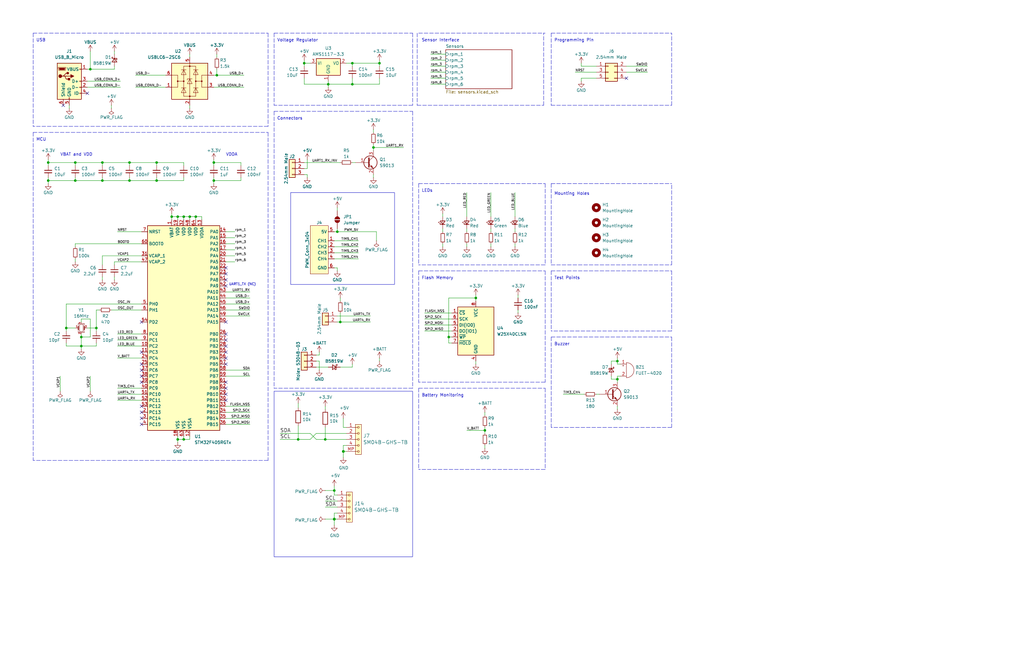
<source format=kicad_sch>
(kicad_sch (version 20231120) (generator "eeschema") (generator_version "8.0")
  (paper "User" 431.8 279.4)
  (title_block (title "STM32 Flight Controller") (date "2022-11-01") (rev "B") (company "casterian.net"))
  (lib_symbols
    (symbol "Connector:USB_B_Micro" (pin_names (offset 1.016))
      (property "Reference" "J" (at -5.08 11.43 0))
      (property "Value" "USB_B_Micro" (at -5.08 8.89 0))
      (symbol "USB_B_Micro_1_1"
        (pin power_out line (at 7.62 5.08 180) (length 2.54) (name "VBUS") (number "1"))
        (pin bidirectional line (at 7.62 -2.54 180) (length 2.54) (name "D-") (number "2"))
        (pin bidirectional line (at 7.62 0 180) (length 2.54) (name "D+") (number "3"))
        (pin passive line (at 7.62 -5.08 180) (length 2.54) (name "ID") (number "4"))
        (pin power_out line (at 0 -10.16 90) (length 2.54) (name "GND") (number "5"))
        (pin passive line (at -2.54 -10.16 90) (length 2.54) (name "Shield") (number "6"))
      )
    )
    (symbol "Connector_Generic:Conn_01x02" (pin_names (offset 1.016) hide)
      (property "Reference" "J" (at 0 2.54 0))
      (property "Value" "Conn_01x02" (at 0 -5.08 0))
      (symbol "Conn_01x02_1_1"
        (pin passive line (at -5.08 0 0) (length 3.81) (name "Pin_1") (number "1"))
        (pin passive line (at -5.08 -2.54 0) (length 3.81) (name "Pin_2") (number "2"))
      )
    )
    (symbol "Connector_Generic:Conn_01x03" (pin_names (offset 1.016) hide)
      (property "Reference" "J" (at 0 5.08 0))
      (property "Value" "Conn_01x03" (at 0 -5.08 0))
      (symbol "Conn_01x03_1_1"
        (pin passive line (at -5.08 2.54 0) (length 3.81) (name "Pin_1") (number "1"))
        (pin passive line (at -5.08 0 0) (length 3.81) (name "Pin_2") (number "2"))
        (pin passive line (at -5.08 -2.54 0) (length 3.81) (name "Pin_3") (number "3"))
      )
    )
    (symbol "Connector_Generic:Conn_02x03_Odd_Even" (pin_names (offset 1.016) hide)
      (property "Reference" "J" (at 1.27 5.08 0))
      (property "Value" "Conn_02x03_Odd_Even" (at 1.27 -5.08 0))
      (symbol "Conn_02x03_Odd_Even_1_1"
        (pin passive line (at -5.08 2.54 0) (length 3.81) (name "Pin_1") (number "1"))
        (pin passive line (at 7.62 2.54 180) (length 3.81) (name "Pin_2") (number "2"))
        (pin passive line (at -5.08 0 0) (length 3.81) (name "Pin_3") (number "3"))
        (pin passive line (at 7.62 0 180) (length 3.81) (name "Pin_4") (number "4"))
        (pin passive line (at -5.08 -2.54 0) (length 3.81) (name "Pin_5") (number "5"))
        (pin passive line (at 7.62 -2.54 180) (length 3.81) (name "Pin_6") (number "6"))
      )
    )
    (symbol "Device:Buzzer" (pin_names (offset 0.0254) hide)
      (property "Reference" "BZ" (at 3.81 1.27 0))
      (property "Value" "Buzzer" (at 3.81 -1.27 0))
      (symbol "Buzzer_1_1"
        (pin passive line (at -2.54 2.54 0) (length 2.54) (name "+") (number "1"))
        (pin passive line (at -2.54 -2.54 0) (length 2.54) (name "-") (number "2"))
      )
    )
    (symbol "Device:C_Small" (pin_numbers hide) (pin_names (offset 0.254) hide)
      (property "Reference" "C" (at 0.254 1.778 0))
      (property "Value" "C_Small" (at 0.254 -2.032 0))
      (symbol "C_Small_1_1"
        (pin passive line (at 0 2.54 270) (length 2.032) (name "~") (number "1"))
        (pin passive line (at 0 -2.54 90) (length 2.032) (name "~") (number "2"))
      )
    )
    (symbol "Device:Crystal_GND24_Small" (pin_names (offset 1.016) hide)
      (property "Reference" "Y" (at 1.27 4.445 0))
      (property "Value" "Crystal_GND24_Small" (at 1.27 2.54 0))
      (symbol "Crystal_GND24_Small_1_1"
        (pin passive line (at -2.54 0 0) (length 1.27) (name "1") (number "1"))
        (pin passive line (at 0 -2.54 90) (length 0.635) (name "2") (number "2"))
        (pin passive line (at 2.54 0 180) (length 1.27) (name "3") (number "3"))
        (pin passive line (at 0 2.54 270) (length 0.635) (name "4") (number "4"))
      )
    )
    (symbol "Device:D_Schottky_Small" (pin_numbers hide) (pin_names (offset 0.254) hide)
      (property "Reference" "D" (at -1.27 2.032 0))
      (property "Value" "D_Schottky_Small" (at -7.112 -2.032 0))
      (symbol "D_Schottky_Small_1_1"
        (pin passive line (at -2.54 0 0) (length 1.778) (name "K") (number "1"))
        (pin passive line (at 2.54 0 180) (length 1.778) (name "A") (number "2"))
      )
    )
    (symbol "Device:LED_Small" (pin_numbers hide) (pin_names (offset 0.254) hide)
      (property "Reference" "D" (at -1.27 3.175 0))
      (property "Value" "LED_Small" (at -4.445 -2.54 0))
      (symbol "LED_Small_1_1"
        (pin passive line (at -2.54 0 0) (length 1.778) (name "K") (number "1"))
        (pin passive line (at 2.54 0 180) (length 1.778) (name "A") (number "2"))
      )
    )
    (symbol "Device:Q_NPN_BEC" (pin_names (offset 0) hide)
      (property "Reference" "Q" (at 5.08 1.27 0))
      (property "Value" "Q_NPN_BEC" (at 5.08 -1.27 0))
      (symbol "Q_NPN_BEC_1_1"
        (pin input line (at -5.08 0 0) (length 5.715) (name "B") (number "1"))
        (pin passive line (at 2.54 -5.08 90) (length 2.54) (name "E") (number "2"))
        (pin passive line (at 2.54 5.08 270) (length 2.54) (name "C") (number "3"))
      )
    )
    (symbol "Device:R" (pin_numbers hide) (pin_names (offset 0))
      (property "Reference" "R" (at 2.032 0 90))
      (property "Value" "R" (at 0 0 90))
      (symbol "R_1_1"
        (pin passive line (at 0 3.81 270) (length 1.27) (name "~") (number "1"))
        (pin passive line (at 0 -3.81 90) (length 1.27) (name "~") (number "2"))
      )
    )
    (symbol "Device:R_Small" (pin_numbers hide) (pin_names (offset 0.254) hide)
      (property "Reference" "R" (at 0.762 0.508 0))
      (property "Value" "R_Small" (at 0.762 -1.016 0))
      (symbol "R_Small_1_1"
        (pin passive line (at 0 2.54 270) (length 0.762) (name "~") (number "1"))
        (pin passive line (at 0 -2.54 90) (length 0.762) (name "~") (number "2"))
      )
    )
    (symbol "Jumper:SolderJumper_2_Open" (pin_numbers hide) (pin_names (offset 0) hide) (exclude_from_sim yes) (in_bom no)
      (property "Reference" "JP" (at 0 2.032 0))
      (property "Value" "SolderJumper_2_Open" (at 0 -2.54 0))
      (symbol "SolderJumper_2_Open_1_1"
        (pin passive line (at -3.81 0 0) (length 2.54) (name "A") (number "1"))
        (pin passive line (at 3.81 0 180) (length 2.54) (name "B") (number "2"))
      )
    )
    (symbol "MCU_ST_STM32F4:STM32F405RGTx"
      (property "Reference" "U" (at -15.24 44.45 0))
      (property "Value" "STM32F405RGTx" (at 10.16 44.45 0))
      (symbol "STM32F405RGTx_1_1"
        (pin power_in line (at -5.08 45.72 270) (length 2.54) (name "VBAT") (number "1"))
        (pin bidirectional line (at -17.78 -7.62 0) (length 2.54) (name "PC2") (number "10"))
        (pin bidirectional line (at -17.78 -10.16 0) (length 2.54) (name "PC3") (number "11"))
        (pin power_in line (at 2.54 -45.72 90) (length 2.54) (name "VSSA") (number "12"))
        (pin power_in line (at 7.62 45.72 270) (length 2.54) (name "VDDA") (number "13"))
        (pin bidirectional line (at 17.78 40.64 180) (length 2.54) (name "PA0") (number "14"))
        (pin bidirectional line (at 17.78 38.1 180) (length 2.54) (name "PA1") (number "15"))
        (pin bidirectional line (at 17.78 35.56 180) (length 2.54) (name "PA2") (number "16"))
        (pin bidirectional line (at 17.78 33.02 180) (length 2.54) (name "PA3") (number "17"))
        (pin power_in line (at -2.54 -45.72 90) (length 2.54) (name "VSS") (number "18"))
        (pin power_in line (at -2.54 45.72 270) (length 2.54) (name "VDD") (number "19"))
        (pin bidirectional line (at -17.78 -35.56 0) (length 2.54) (name "PC13") (number "2"))
        (pin bidirectional line (at 17.78 30.48 180) (length 2.54) (name "PA4") (number "20"))
        (pin bidirectional line (at 17.78 27.94 180) (length 2.54) (name "PA5") (number "21"))
        (pin bidirectional line (at 17.78 25.4 180) (length 2.54) (name "PA6") (number "22"))
        (pin bidirectional line (at 17.78 22.86 180) (length 2.54) (name "PA7") (number "23"))
        (pin bidirectional line (at -17.78 -12.7 0) (length 2.54) (name "PC4") (number "24"))
        (pin bidirectional line (at -17.78 -15.24 0) (length 2.54) (name "PC5") (number "25"))
        (pin bidirectional line (at 17.78 -2.54 180) (length 2.54) (name "PB0") (number "26"))
        (pin bidirectional line (at 17.78 -5.08 180) (length 2.54) (name "PB1") (number "27"))
        (pin bidirectional line (at 17.78 -7.62 180) (length 2.54) (name "PB2") (number "28"))
        (pin bidirectional line (at 17.78 -27.94 180) (length 2.54) (name "PB10") (number "29"))
        (pin bidirectional line (at -17.78 -38.1 0) (length 2.54) (name "PC14") (number "3"))
        (pin bidirectional line (at 17.78 -30.48 180) (length 2.54) (name "PB11") (number "30"))
        (pin power_in line (at -17.78 30.48 0) (length 2.54) (name "VCAP_1") (number "31"))
        (pin power_in line (at 0 45.72 270) (length 2.54) (name "VDD") (number "32"))
        (pin bidirectional line (at 17.78 -33.02 180) (length 2.54) (name "PB12") (number "33"))
        (pin bidirectional line (at 17.78 -35.56 180) (length 2.54) (name "PB13") (number "34"))
        (pin bidirectional line (at 17.78 -38.1 180) (length 2.54) (name "PB14") (number "35"))
        (pin bidirectional line (at 17.78 -40.64 180) (length 2.54) (name "PB15") (number "36"))
        (pin bidirectional line (at -17.78 -17.78 0) (length 2.54) (name "PC6") (number "37"))
        (pin bidirectional line (at -17.78 -20.32 0) (length 2.54) (name "PC7") (number "38"))
        (pin bidirectional line (at -17.78 -22.86 0) (length 2.54) (name "PC8") (number "39"))
        (pin bidirectional line (at -17.78 -40.64 0) (length 2.54) (name "PC15") (number "4"))
        (pin bidirectional line (at -17.78 -25.4 0) (length 2.54) (name "PC9") (number "40"))
        (pin bidirectional line (at 17.78 20.32 180) (length 2.54) (name "PA8") (number "41"))
        (pin bidirectional line (at 17.78 17.78 180) (length 2.54) (name "PA9") (number "42"))
        (pin bidirectional line (at 17.78 15.24 180) (length 2.54) (name "PA10") (number "43"))
        (pin bidirectional line (at 17.78 12.7 180) (length 2.54) (name "PA11") (number "44"))
        (pin bidirectional line (at 17.78 10.16 180) (length 2.54) (name "PA12") (number "45"))
        (pin bidirectional line (at 17.78 7.62 180) (length 2.54) (name "PA13") (number "46"))
        (pin power_in line (at -17.78 27.94 0) (length 2.54) (name "VCAP_2") (number "47"))
        (pin power_in line (at 2.54 45.72 270) (length 2.54) (name "VDD") (number "48"))
        (pin bidirectional line (at 17.78 5.08 180) (length 2.54) (name "PA14") (number "49"))
        (pin input line (at -17.78 10.16 0) (length 2.54) (name "PH0") (number "5"))
        (pin bidirectional line (at 17.78 2.54 180) (length 2.54) (name "PA15") (number "50"))
        (pin bidirectional line (at -17.78 -27.94 0) (length 2.54) (name "PC10") (number "51"))
        (pin bidirectional line (at -17.78 -30.48 0) (length 2.54) (name "PC11") (number "52"))
        (pin bidirectional line (at -17.78 -33.02 0) (length 2.54) (name "PC12") (number "53"))
        (pin bidirectional line (at -17.78 2.54 0) (length 2.54) (name "PD2") (number "54"))
        (pin bidirectional line (at 17.78 -10.16 180) (length 2.54) (name "PB3") (number "55"))
        (pin bidirectional line (at 17.78 -12.7 180) (length 2.54) (name "PB4") (number "56"))
        (pin bidirectional line (at 17.78 -15.24 180) (length 2.54) (name "PB5") (number "57"))
        (pin bidirectional line (at 17.78 -17.78 180) (length 2.54) (name "PB6") (number "58"))
        (pin bidirectional line (at 17.78 -20.32 180) (length 2.54) (name "PB7") (number "59"))
        (pin input line (at -17.78 7.62 0) (length 2.54) (name "PH1") (number "6"))
        (pin input line (at -17.78 35.56 0) (length 2.54) (name "BOOT0") (number "60"))
        (pin bidirectional line (at 17.78 -22.86 180) (length 2.54) (name "PB8") (number "61"))
        (pin bidirectional line (at 17.78 -25.4 180) (length 2.54) (name "PB9") (number "62"))
        (pin power_in line (at 0 -45.72 90) (length 2.54) (name "VSS") (number "63"))
        (pin power_in line (at 5.08 45.72 270) (length 2.54) (name "VDD") (number "64"))
        (pin input line (at -17.78 40.64 0) (length 2.54) (name "NRST") (number "7"))
        (pin bidirectional line (at -17.78 -2.54 0) (length 2.54) (name "PC0") (number "8"))
        (pin bidirectional line (at -17.78 -5.08 0) (length 2.54) (name "PC1") (number "9"))
      )
    )
    (symbol "MLAB_CONNECTORS_JST:SM04B-GHS-TB" (pin_names (offset 1.016))
      (property "Reference" "J" (at 0 -7.62 0))
      (property "Value" "SM04B-GHS-TB" (at 0 7.62 0))
      (symbol "SM04B-GHS-TB_1_1"
        (pin input line (at -5.08 5.08 0) (length 3.81) (name "~") (number "1"))
        (pin input line (at -5.08 2.54 0) (length 3.81) (name "~") (number "2"))
        (pin input line (at -5.08 0 0) (length 3.81) (name "~") (number "3"))
        (pin input line (at -5.08 -2.54 0) (length 3.81) (name "~") (number "4"))
        (pin input line (at -5.08 -5.08 0) (length 3.81) (name "~") (number "MP"))
      )
    )
    (symbol "Mechanical:MountingHole" (pin_names (offset 1.016)) (exclude_from_sim yes) (in_bom no)
      (property "Reference" "H" (at 0 5.08 0))
      (property "Value" "MountingHole" (at 0 3.175 0))
    )
    (symbol "Memory_Flash:W25X40CLSN"
      (property "Reference" "U" (at -7.62 10.16 0))
      (property "Value" "W25X40CLSN" (at 2.54 10.16 0))
      (symbol "W25X40CLSN_1_1"
        (pin input line (at -10.16 7.62 0) (length 2.54) (name "~{CS}") (number "1"))
        (pin bidirectional line (at -10.16 0 0) (length 2.54) (name "DO(IO1)") (number "2"))
        (pin bidirectional line (at -10.16 -2.54 0) (length 2.54) (name "~{WP}") (number "3"))
        (pin power_in line (at 0 -12.7 90) (length 2.54) (name "GND") (number "4"))
        (pin bidirectional line (at -10.16 2.54 0) (length 2.54) (name "DI(IO0)") (number "5"))
        (pin input line (at -10.16 5.08 0) (length 2.54) (name "SCK") (number "6"))
        (pin bidirectional line (at -10.16 -5.08 0) (length 2.54) (name "~{HOLD}") (number "7"))
        (pin power_in line (at 0 12.7 270) (length 2.54) (name "VCC") (number "8"))
      )
    )
    (symbol "PWM_Connector:PWM_Conn_3x04"
      (property "Reference" "J" (at 0 15.24 0))
      (property "Value" "PWM_Conn_3x04" (at 0 12.7 0))
      (symbol "PWM_Conn_3x04_1_1"
        (pin input line (at 6.35 3.81 180) (length 2.54) (name "CH1") (number "1"))
        (pin input line (at 6.35 1.27 180) (length 2.54) (name "CH2") (number "2"))
        (pin input line (at 6.35 -1.27 180) (length 2.54) (name "CH3") (number "3"))
        (pin input line (at 6.35 -3.81 180) (length 2.54) (name "CH4") (number "4"))
        (pin power_in line (at 6.35 7.62 180) (length 2.54) (name "5V") (number "5"))
        (pin power_in line (at 6.35 -7.62 180) (length 2.54) (name "GND") (number "6"))
      )
    )
    (symbol "Power_Protection:USBLC6-2SC6" (pin_names hide)
      (property "Reference" "U" (at 2.54 8.89 0))
      (property "Value" "USBLC6-2SC6" (at 2.54 -8.89 0))
      (symbol "USBLC6-2SC6_1_1"
        (pin passive line (at -10.16 -2.54 0) (length 2.54) (name "I/O1") (number "1"))
        (pin passive line (at 0 -10.16 90) (length 2.54) (name "GND") (number "2"))
        (pin passive line (at 10.16 -2.54 180) (length 2.54) (name "I/O2") (number "3"))
        (pin passive line (at 10.16 2.54 180) (length 2.54) (name "I/O2") (number "4"))
        (pin passive line (at 0 10.16 270) (length 2.54) (name "VBUS") (number "5"))
        (pin passive line (at -10.16 2.54 0) (length 2.54) (name "I/O1") (number "6"))
      )
    )
    (symbol "Power_symbols:PWR_FLAG" (power) (pin_numbers hide) (pin_names (offset 0) hide)
      (property "Value" "PWR_FLAG" (at 0 3.81 0))
      (symbol "PWR_FLAG_0_0"
        (pin power_out line (at 0 0 90) (length 0) (name "pwr") (number "1"))
      )
    )
    (symbol "Regulator_Linear:AMS1117-3.3"
      (property "Reference" "U" (at -3.81 3.175 0))
      (property "Value" "AMS1117-3.3" (at 0 3.175 0))
      (symbol "AMS1117-3.3_1_1"
        (pin power_in line (at 0 -7.62 90) (length 2.54) (name "GND") (number "1"))
        (pin power_out line (at 7.62 0 180) (length 2.54) (name "VO") (number "2"))
        (pin power_in line (at -7.62 0 0) (length 2.54) (name "VI") (number "3"))
      )
    )
    (symbol "power:+3.3V" (power) (pin_numbers hide) (pin_names (offset 0) hide)
      (property "Value" "+3.3V" (at 0 3.556 0))
      (symbol "+3.3V_1_1"
        (pin power_in line (at 0 0 90) (length 0) (name "~") (number "1"))
      )
    )
    (symbol "power:+5V" (power) (pin_numbers hide) (pin_names (offset 0) hide)
      (property "Value" "+5V" (at 0 3.556 0))
      (symbol "+5V_1_1"
        (pin power_in line (at 0 0 90) (length 0) (name "~") (number "1"))
      )
    )
    (symbol "power:+BATT" (power) (pin_numbers hide) (pin_names (offset 0) hide)
      (property "Value" "+BATT" (at 0 3.556 0))
      (symbol "+BATT_1_1"
        (pin power_in line (at 0 0 90) (length 0) (name "~") (number "1"))
      )
    )
    (symbol "power:GND" (power) (pin_numbers hide) (pin_names (offset 0) hide)
      (property "Value" "GND" (at 0 -3.81 0))
      (symbol "GND_1_1"
        (pin power_in line (at 0 0 270) (length 0) (name "~") (number "1"))
      )
    )
    (symbol "power:PWR_FLAG" (power) (pin_numbers hide) (pin_names (offset 0) hide)
      (property "Value" "PWR_FLAG" (at 0 3.81 0))
      (symbol "PWR_FLAG_0_0"
        (pin power_out line (at 0 0 90) (length 0) (name "~") (number "1"))
      )
    )
    (symbol "power:VBUS" (power) (pin_numbers hide) (pin_names (offset 0) hide)
      (property "Value" "VBUS" (at 0 3.556 0))
      (symbol "VBUS_1_1"
        (pin power_in line (at 0 0 90) (length 0) (name "~") (number "1"))
      )
    )
  )
  (junction (at 74.93 91.44))
  (junction (at 34.29 142.24))
  (junction (at 189.23 142.24))
  (junction (at 38.1 29.21))
  (junction (at 157.48 62.23))
  (junction (at 128.27 26.67))
  (junction (at 66.04 68.58))
  (junction (at 125.73 185.42))
  (junction (at 148.59 26.67))
  (junction (at 160.02 26.67))
  (junction (at 143.51 135.89))
  (junction (at 54.61 76.2))
  (junction (at 20.32 68.58))
  (junction (at 43.18 68.58))
  (junction (at 260.35 152.4))
  (junction (at 74.93 185.42))
  (junction (at 54.61 68.58))
  (junction (at 80.01 91.44))
  (junction (at 40.64 138.43))
  (junction (at 200.66 125.73))
  (junction (at 142.24 97.79))
  (junction (at 204.47 181.61))
  (junction (at 140.97 219.075) (diameter 1.016))
  (junction (at 137.16 185.42))
  (junction (at 27.94 138.43))
  (junction (at 72.39 91.44))
  (junction (at 77.47 91.44))
  (junction (at 90.17 68.58))
  (junction (at 140.97 207.01))
  (junction (at 77.47 185.42))
  (junction (at 260.35 160.02))
  (junction (at 31.75 76.2))
  (junction (at 34.29 146.05))
  (junction (at 144.78 190.5) (diameter 1.016))
  (junction (at 20.32 76.2))
  (junction (at 82.55 91.44))
  (junction (at 66.04 76.2))
  (junction (at 31.75 68.58))
  (junction (at 148.59 35.56))
  (junction (at 90.17 76.2))
  (junction (at 138.43 35.56))
  (junction (at 43.18 76.2))
  (junction (at 91.44 31.75))
  (no_connect (at 36.83 39.37))
  (no_connect (at 95.25 166.37))
  (no_connect (at 95.25 168.91))
  (no_connect (at 95.25 143.51))
  (no_connect (at 59.69 158.75))
  (no_connect (at 95.25 118.11))
  (no_connect (at 264.16 33.02))
  (no_connect (at 95.25 115.57))
  (no_connect (at 59.69 173.99))
  (no_connect (at 59.69 176.53))
  (no_connect (at 59.69 179.07))
  (no_connect (at 59.69 161.29))
  (no_connect (at 95.25 113.03))
  (no_connect (at 59.69 153.67))
  (no_connect (at 59.69 148.59))
  (no_connect (at 95.25 146.05))
  (no_connect (at 95.25 140.97))
  (no_connect (at 59.69 135.89))
  (no_connect (at 26.67 44.45))
  (no_connect (at 59.69 156.21))
  (no_connect (at 95.25 135.89))
  (no_connect (at 95.25 148.59))
  (no_connect (at 95.25 151.13))
  (no_connect (at 95.25 153.67))
  (no_connect (at 95.25 120.65))
  (no_connect (at 95.25 161.29))
  (no_connect (at 95.25 163.83))
  (no_connect (at 59.69 171.45))
  (wire (pts (xy 38.1 158.75) (xy 38.1 165.1)))
  (wire (pts (xy 242.57 30.48) (xy 251.46 30.48)))
  (wire (pts (xy 90.17 76.2) (xy 90.17 77.47)))
  (wire (pts (xy 181.61 33.02) (xy 187.96 33.02)))
  (wire (pts (xy 95.25 125.73) (xy 105.41 125.73)))
  (polyline (pts (xy 232.41 111.76) (xy 283.21 111.76)) (stroke (width 0) (type dash)))
  (wire (pts (xy 74.93 91.44) (xy 74.93 92.71)))
  (wire (pts (xy 80.01 22.86) (xy 80.01 24.13)))
  (wire (pts (xy 137.16 207.01) (xy 140.97 207.01)))
  (wire (pts (xy 77.47 184.15) (xy 77.47 185.42)))
  (wire (pts (xy 142.24 216.535) (xy 140.97 216.535)))
  (wire (pts (xy 31.75 74.93) (xy 31.75 76.2)))
  (wire (pts (xy 181.61 25.4) (xy 187.96 25.4)))
  (wire (pts (xy 160.02 33.02) (xy 160.02 35.56)))
  (wire (pts (xy 257.81 152.4) (xy 260.35 152.4)))
  (wire (pts (xy 74.93 185.42) (xy 77.47 185.42)))
  (wire (pts (xy 260.35 160.02) (xy 260.35 161.29)))
  (wire (pts (xy 140.97 205.105) (xy 140.97 207.01)))
  (polyline (pts (xy 229.87 198.12) (xy 176.53 198.12)) (stroke (width 0) (type dash)))
  (wire (pts (xy 142.24 219.075) (xy 140.97 219.075)))
  (polyline (pts (xy 176.53 77.47) (xy 229.87 77.47)) (stroke (width 0) (type dash)))
  (wire (pts (xy 59.69 102.87) (xy 31.75 102.87)))
  (polyline (pts (xy 229.87 161.29) (xy 176.53 161.29)) (stroke (width 0) (type dash)))
  (wire (pts (xy 130.81 182.88) (xy 133.35 185.42)))
  (wire (pts (xy 245.11 26.67) (xy 245.11 27.94)))
  (wire (pts (xy 48.26 21.59) (xy 48.26 22.86)))
  (wire (pts (xy 204.47 187.96) (xy 204.47 189.23)))
  (wire (pts (xy 95.25 133.35) (xy 105.41 133.35)))
  (wire (pts (xy 128.27 26.67) (xy 128.27 27.94)))
  (wire (pts (xy 128.27 73.66) (xy 129.54 73.66)))
  (polyline (pts (xy 115.57 13.97) (xy 115.57 44.45)) (stroke (width 0) (type dash)))
  (polyline (pts (xy 229.235 44.45) (xy 229.235 13.97)) (stroke (width 0) (type dash)))
  (wire (pts (xy 160.02 151.13) (xy 160.02 152.4)))
  (wire (pts (xy 128.27 68.58) (xy 143.51 68.58)))
  (wire (pts (xy 59.69 143.51) (xy 49.53 143.51)))
  (wire (pts (xy 140.97 106.68) (xy 151.13 106.68)))
  (polyline (pts (xy 115.57 46.99) (xy 115.57 163.83)) (stroke (width 0) (type dash)))
  (wire (pts (xy 140.97 104.14) (xy 151.13 104.14)))
  (wire (pts (xy 43.18 111.76) (xy 43.18 107.95)))
  (polyline (pts (xy 176.53 114.3) (xy 176.53 161.29)) (stroke (width 0) (type dash)))
  (wire (pts (xy 251.46 33.02) (xy 245.11 33.02)))
  (polyline (pts (xy 176.53 163.83) (xy 229.87 163.83)) (stroke (width 0) (type dash)))
  (wire (pts (xy 260.35 151.13) (xy 260.35 152.4)))
  (polyline (pts (xy 115.57 46.99) (xy 173.99 46.99)) (stroke (width 0) (type dash)))
  (wire (pts (xy 142.24 97.79) (xy 158.75 97.79)))
  (wire (pts (xy 204.47 181.61) (xy 204.47 182.88)))
  (wire (pts (xy 179.07 134.62) (xy 190.5 134.62)))
  (wire (pts (xy 27.94 128.27) (xy 59.69 128.27)))
  (polyline (pts (xy 173.99 44.45) (xy 115.57 44.45)) (stroke (width 0) (type dash)))
  (wire (pts (xy 140.97 207.01) (xy 140.97 208.915)))
  (wire (pts (xy 36.83 34.29) (xy 50.8 34.29)))
  (wire (pts (xy 43.18 68.58) (xy 54.61 68.58)))
  (wire (pts (xy 146.05 187.96) (xy 144.78 187.96)))
  (wire (pts (xy 20.32 69.85) (xy 20.32 68.58)))
  (wire (pts (xy 36.83 36.83) (xy 50.8 36.83)))
  (wire (pts (xy 77.47 74.93) (xy 77.47 76.2)))
  (wire (pts (xy 43.18 116.84) (xy 43.18 118.11)))
  (polyline (pts (xy 232.41 77.47) (xy 232.41 111.76)) (stroke (width 0) (type dash)))
  (wire (pts (xy 217.17 96.52) (xy 217.17 97.79)))
  (wire (pts (xy 20.32 67.31) (xy 20.32 68.58)))
  (wire (pts (xy 43.18 76.2) (xy 31.75 76.2)))
  (wire (pts (xy 90.17 68.58) (xy 101.6 68.58)))
  (wire (pts (xy 48.26 29.21) (xy 48.26 27.94)))
  (wire (pts (xy 38.1 29.21) (xy 48.26 29.21)))
  (wire (pts (xy 57.15 31.75) (xy 69.85 31.75)))
  (wire (pts (xy 143.51 125.73) (xy 143.51 127)))
  (wire (pts (xy 54.61 68.58) (xy 54.61 69.85)))
  (wire (pts (xy 181.61 27.94) (xy 187.96 27.94)))
  (wire (pts (xy 137.16 180.34) (xy 137.16 185.42)))
  (wire (pts (xy 157.48 54.61) (xy 157.48 55.88)))
  (wire (pts (xy 146.05 190.5) (xy 144.78 190.5)))
  (wire (pts (xy 189.23 125.73) (xy 189.23 142.24)))
  (wire (pts (xy 144.78 176.53) (xy 144.78 180.34)))
  (polyline (pts (xy 283.21 139.7) (xy 232.41 139.7)) (stroke (width 0) (type dash)))
  (wire (pts (xy 186.69 90.17) (xy 186.69 91.44)))
  (wire (pts (xy 142.24 113.03) (xy 142.24 114.3)))
  (polyline (pts (xy 229.87 163.83) (xy 229.87 198.12)) (stroke (width 0) (type dash)))
  (polyline (pts (xy 173.99 163.83) (xy 115.57 163.83)) (stroke (width 0) (type dash)))
  (wire (pts (xy 189.23 125.73) (xy 200.66 125.73)))
  (wire (pts (xy 80.01 185.42) (xy 80.01 184.15)))
  (wire (pts (xy 148.59 33.02) (xy 148.59 35.56)))
  (wire (pts (xy 95.25 102.87) (xy 99.06 102.87)))
  (wire (pts (xy 102.87 31.75) (xy 91.44 31.75)))
  (wire (pts (xy 43.18 107.95) (xy 59.69 107.95)))
  (polyline (pts (xy 283.21 44.45) (xy 283.21 13.97)) (stroke (width 0) (type dash)))
  (wire (pts (xy 143.51 135.89) (xy 156.21 135.89)))
  (wire (pts (xy 260.35 171.45) (xy 260.35 172.72)))
  (polyline (pts (xy 232.41 142.24) (xy 232.41 180.34)) (stroke (width 0) (type dash)))
  (wire (pts (xy 157.48 73.66) (xy 157.48 74.93)))
  (wire (pts (xy 133.35 182.88) (xy 130.81 185.42)))
  (wire (pts (xy 134.62 148.59) (xy 134.62 149.86)))
  (wire (pts (xy 118.11 182.88) (xy 130.81 182.88)))
  (polyline (pts (xy 232.41 44.45) (xy 283.21 44.45)) (stroke (width 0) (type dash)))
  (wire (pts (xy 59.69 110.49) (xy 48.26 110.49)))
  (polyline (pts (xy 232.41 77.47) (xy 283.21 77.47)) (stroke (width 0) (type dash)))
  (wire (pts (xy 186.69 102.87) (xy 186.69 104.14)))
  (wire (pts (xy 27.94 138.43) (xy 27.94 139.7)))
  (wire (pts (xy 142.24 135.89) (xy 143.51 135.89)))
  (wire (pts (xy 57.15 36.83) (xy 69.85 36.83)))
  (wire (pts (xy 218.44 125.73) (xy 218.44 124.46)))
  (wire (pts (xy 189.23 144.78) (xy 189.23 142.24)))
  (polyline (pts (xy 229.87 77.47) (xy 229.87 111.76)) (stroke (width 0) (type dash)))
  (polyline (pts (xy 113.03 13.97) (xy 113.03 53.34)) (stroke (width 0) (type dash)))
  (wire (pts (xy 133.35 182.88) (xy 146.05 182.88)))
  (polyline (pts (xy 283.21 180.34) (xy 232.41 180.34)) (stroke (width 0) (type dash)))
  (wire (pts (xy 204.47 181.61) (xy 196.85 181.61)))
  (wire (pts (xy 59.69 163.83) (xy 49.53 163.83)))
  (wire (pts (xy 72.39 92.71) (xy 72.39 91.44)))
  (wire (pts (xy 144.78 190.5) (xy 144.78 193.04)))
  (wire (pts (xy 128.27 33.02) (xy 128.27 35.56)))
  (wire (pts (xy 200.66 125.73) (xy 200.66 127)))
  (polyline (pts (xy 176.53 13.97) (xy 229.87 13.97)) (stroke (width 0) (type dash)))
  (polyline (pts (xy 232.41 13.97) (xy 283.21 13.97)) (stroke (width 0) (type dash)))
  (wire (pts (xy 158.75 97.79) (xy 158.75 101.6)))
  (wire (pts (xy 137.16 213.995) (xy 142.24 213.995)))
  (polyline (pts (xy 115.57 13.97) (xy 173.99 13.97)) (stroke (width 0) (type dash)))
  (wire (pts (xy 46.99 44.45) (xy 46.99 45.72)))
  (polyline (pts (xy 175.895 44.45) (xy 229.235 44.45)) (stroke (width 0) (type dash)))
  (wire (pts (xy 160.02 25.4) (xy 160.02 26.67)))
  (wire (pts (xy 59.69 168.91) (xy 49.53 168.91)))
  (wire (pts (xy 43.18 74.93) (xy 43.18 76.2)))
  (wire (pts (xy 181.61 30.48) (xy 187.96 30.48)))
  (wire (pts (xy 261.62 153.67) (xy 260.35 153.67)))
  (wire (pts (xy 140.97 208.915) (xy 142.24 208.915)))
  (wire (pts (xy 40.64 138.43) (xy 40.64 139.7)))
  (wire (pts (xy 27.94 146.05) (xy 34.29 146.05)))
  (wire (pts (xy 128.27 26.67) (xy 130.81 26.67)))
  (wire (pts (xy 245.11 33.02) (xy 245.11 34.29)))
  (wire (pts (xy 200.66 124.46) (xy 200.66 125.73)))
  (wire (pts (xy 157.48 62.23) (xy 170.18 62.23)))
  (wire (pts (xy 72.39 91.44) (xy 74.93 91.44)))
  (wire (pts (xy 90.17 74.93) (xy 90.17 76.2)))
  (wire (pts (xy 77.47 91.44) (xy 80.01 91.44)))
  (wire (pts (xy 40.64 130.81) (xy 40.64 138.43)))
  (wire (pts (xy 95.25 158.75) (xy 105.41 158.75)))
  (wire (pts (xy 144.78 187.96) (xy 144.78 190.5)))
  (wire (pts (xy 140.97 219.075) (xy 140.97 221.615)))
  (wire (pts (xy 273.05 30.48) (xy 264.16 30.48)))
  (polyline (pts (xy 13.97 55.88) (xy 113.03 55.88)) (stroke (width 0) (type dash)))
  (wire (pts (xy 204.47 180.34) (xy 204.47 181.61)))
  (wire (pts (xy 27.94 144.78) (xy 27.94 146.05)))
  (wire (pts (xy 80.01 44.45) (xy 80.01 45.72)))
  (polyline (pts (xy 232.41 114.3) (xy 232.41 139.7)) (stroke (width 0) (type dash)))
  (wire (pts (xy 102.87 36.83) (xy 90.17 36.83)))
  (polyline (pts (xy 176.53 114.3) (xy 229.87 114.3)) (stroke (width 0) (type dash)))
  (wire (pts (xy 140.97 109.22) (xy 151.13 109.22)))
  (wire (pts (xy 179.07 139.7) (xy 190.5 139.7)))
  (wire (pts (xy 54.61 68.58) (xy 66.04 68.58)))
  (wire (pts (xy 181.61 35.56) (xy 187.96 35.56)))
  (wire (pts (xy 148.59 68.58) (xy 149.86 68.58)))
  (wire (pts (xy 90.17 67.31) (xy 90.17 68.58)))
  (wire (pts (xy 82.55 92.71) (xy 82.55 91.44)))
  (wire (pts (xy 181.61 22.86) (xy 187.96 22.86)))
  (wire (pts (xy 59.69 151.13) (xy 49.53 151.13)))
  (wire (pts (xy 91.44 31.75) (xy 90.17 31.75)))
  (wire (pts (xy 134.62 149.86) (xy 133.35 149.86)))
  (wire (pts (xy 77.47 91.44) (xy 77.47 92.71)))
  (wire (pts (xy 128.27 71.12) (xy 129.54 71.12)))
  (wire (pts (xy 143.51 154.94) (xy 148.59 154.94)))
  (wire (pts (xy 31.75 76.2) (xy 20.32 76.2)))
  (wire (pts (xy 72.39 90.17) (xy 72.39 91.44)))
  (wire (pts (xy 77.47 185.42) (xy 80.01 185.42)))
  (wire (pts (xy 134.62 152.4) (xy 134.62 156.21)))
  (wire (pts (xy 95.25 171.45) (xy 105.41 171.45)))
  (wire (pts (xy 66.04 68.58) (xy 66.04 69.85)))
  (wire (pts (xy 101.6 74.93) (xy 101.6 76.2)))
  (polyline (pts (xy 173.99 46.99) (xy 173.99 163.83)) (stroke (width 0) (type dash)))
  (wire (pts (xy 77.47 69.85) (xy 77.47 68.58)))
  (wire (pts (xy 200.66 152.4) (xy 200.66 153.67)))
  (wire (pts (xy 48.26 110.49) (xy 48.26 111.76)))
  (wire (pts (xy 190.5 142.24) (xy 189.23 142.24)))
  (wire (pts (xy 138.43 35.56) (xy 128.27 35.56)))
  (wire (pts (xy 133.35 152.4) (xy 134.62 152.4)))
  (polyline (pts (xy 176.53 163.83) (xy 176.53 198.12)) (stroke (width 0) (type dash)))
  (wire (pts (xy 34.29 146.05) (xy 40.64 146.05)))
  (wire (pts (xy 34.29 134.62) (xy 34.29 135.89)))
  (wire (pts (xy 144.78 180.34) (xy 146.05 180.34)))
  (wire (pts (xy 31.75 102.87) (xy 31.75 104.14)))
  (wire (pts (xy 66.04 76.2) (xy 54.61 76.2)))
  (wire (pts (xy 31.75 68.58) (xy 43.18 68.58)))
  (wire (pts (xy 101.6 69.85) (xy 101.6 68.58)))
  (wire (pts (xy 95.25 107.95) (xy 99.06 107.95)))
  (polyline (pts (xy 232.41 13.97) (xy 232.41 44.45)) (stroke (width 0) (type dash)))
  (polyline (pts (xy 175.895 13.97) (xy 175.895 44.45)) (stroke (width 0) (type dash)))
  (wire (pts (xy 95.25 173.99) (xy 105.41 173.99)))
  (wire (pts (xy 59.69 140.97) (xy 49.53 140.97)))
  (wire (pts (xy 186.69 96.52) (xy 186.69 97.79)))
  (wire (pts (xy 125.73 170.18) (xy 125.73 172.085)))
  (wire (pts (xy 218.44 130.81) (xy 218.44 132.08)))
  (wire (pts (xy 217.17 81.28) (xy 217.17 91.44)))
  (wire (pts (xy 20.32 68.58) (xy 31.75 68.58)))
  (wire (pts (xy 137.16 219.075) (xy 140.97 219.075)))
  (wire (pts (xy 179.07 137.16) (xy 190.5 137.16)))
  (wire (pts (xy 142.24 133.35) (xy 156.21 133.35)))
  (polyline (pts (xy 283.21 142.24) (xy 283.21 180.34)) (stroke (width 0) (type dash)))
  (wire (pts (xy 257.81 153.67) (xy 257.81 152.4)))
  (wire (pts (xy 90.17 68.58) (xy 90.17 69.85)))
  (wire (pts (xy 204.47 173.99) (xy 204.47 175.26)))
  (wire (pts (xy 46.99 130.81) (xy 59.69 130.81)))
  (wire (pts (xy 125.73 179.705) (xy 125.73 185.42)))
  (wire (pts (xy 125.73 185.42) (xy 130.81 185.42)))
  (wire (pts (xy 157.48 60.96) (xy 157.48 62.23)))
  (wire (pts (xy 196.85 81.28) (xy 196.85 91.44)))
  (wire (pts (xy 273.05 27.94) (xy 264.16 27.94)))
  (polyline (pts (xy 229.87 114.3) (xy 229.87 161.29)) (stroke (width 0) (type dash)))
  (wire (pts (xy 36.83 138.43) (xy 40.64 138.43)))
  (wire (pts (xy 38.1 21.59) (xy 38.1 29.21)))
  (wire (pts (xy 74.93 184.15) (xy 74.93 185.42)))
  (polyline (pts (xy 113.03 53.34) (xy 13.97 53.34)) (stroke (width 0) (type dash)))
  (wire (pts (xy 95.25 100.33) (xy 99.06 100.33)))
  (wire (pts (xy 140.97 97.79) (xy 142.24 97.79)))
  (wire (pts (xy 137.16 211.455) (xy 142.24 211.455)))
  (wire (pts (xy 31.75 109.22) (xy 31.75 110.49)))
  (wire (pts (xy 146.05 26.67) (xy 148.59 26.67)))
  (wire (pts (xy 95.25 105.41) (xy 99.06 105.41)))
  (wire (pts (xy 80.01 91.44) (xy 82.55 91.44)))
  (wire (pts (xy 261.62 158.75) (xy 260.35 158.75)))
  (wire (pts (xy 237.49 166.37) (xy 246.38 166.37)))
  (wire (pts (xy 207.01 81.28) (xy 207.01 91.44)))
  (wire (pts (xy 34.29 140.97) (xy 34.29 142.24)))
  (wire (pts (xy 179.07 132.08) (xy 190.5 132.08)))
  (wire (pts (xy 20.32 76.2) (xy 20.32 74.93)))
  (polyline (pts (xy 229.87 111.76) (xy 176.53 111.76)) (stroke (width 0) (type dash)))
  (polyline (pts (xy 176.53 77.47) (xy 176.53 111.76)) (stroke (width 0) (type dash)))
  (polyline (pts (xy 13.97 13.97) (xy 113.03 13.97)) (stroke (width 0) (type dash)))
  (polyline (pts (xy 113.03 55.88) (xy 113.03 194.31)) (stroke (width 0) (type dash)))
  (wire (pts (xy 91.44 29.21) (xy 91.44 31.75)))
  (wire (pts (xy 25.4 158.75) (xy 25.4 165.1)))
  (wire (pts (xy 95.25 176.53) (xy 105.41 176.53)))
  (wire (pts (xy 128.27 25.4) (xy 128.27 26.67)))
  (wire (pts (xy 143.51 135.89) (xy 143.51 132.08)))
  (wire (pts (xy 95.25 128.27) (xy 105.41 128.27)))
  (wire (pts (xy 85.09 91.44) (xy 85.09 92.71)))
  (polyline (pts (xy 13.97 13.97) (xy 13.97 53.34)) (stroke (width 0) (type dash)))
  (wire (pts (xy 27.94 128.27) (xy 27.94 138.43)))
  (wire (pts (xy 257.81 160.02) (xy 260.35 160.02)))
  (polyline (pts (xy 283.21 114.3) (xy 283.21 139.7)) (stroke (width 0) (type dash)))
  (wire (pts (xy 133.35 185.42) (xy 137.16 185.42)))
  (wire (pts (xy 31.75 68.58) (xy 31.75 69.85)))
  (polyline (pts (xy 232.41 142.24) (xy 283.21 142.24)) (stroke (width 0) (type dash)))
  (wire (pts (xy 190.5 144.78) (xy 189.23 144.78)))
  (wire (pts (xy 43.18 68.58) (xy 43.18 69.85)))
  (wire (pts (xy 95.25 123.19) (xy 105.41 123.19)))
  (wire (pts (xy 27.94 138.43) (xy 31.75 138.43)))
  (wire (pts (xy 140.97 101.6) (xy 151.13 101.6)))
  (wire (pts (xy 251.46 166.37) (xy 252.73 166.37)))
  (wire (pts (xy 34.29 134.62) (xy 38.1 134.62)))
  (polyline (pts (xy 113.03 194.31) (xy 13.97 194.31)) (stroke (width 0) (type dash)))
  (wire (pts (xy 207.01 96.52) (xy 207.01 97.79)))
  (wire (pts (xy 74.93 185.42) (xy 74.93 186.69)))
  (wire (pts (xy 140.97 113.03) (xy 142.24 113.03)))
  (wire (pts (xy 49.53 97.79) (xy 59.69 97.79)))
  (wire (pts (xy 260.35 152.4) (xy 260.35 153.67)))
  (wire (pts (xy 157.48 62.23) (xy 157.48 63.5)))
  (polyline (pts (xy 232.41 114.3) (xy 283.21 114.3)) (stroke (width 0) (type dash)))
  (wire (pts (xy 160.02 26.67) (xy 160.02 27.94)))
  (wire (pts (xy 118.11 185.42) (xy 125.73 185.42)))
  (wire (pts (xy 66.04 68.58) (xy 77.47 68.58)))
  (wire (pts (xy 129.54 67.31) (xy 129.54 71.12)))
  (wire (pts (xy 40.64 144.78) (xy 40.64 146.05)))
  (polyline (pts (xy 283.21 111.76) (xy 283.21 77.47)) (stroke (width 0) (type dash)))
  (wire (pts (xy 38.1 142.24) (xy 34.29 142.24)))
  (wire (pts (xy 148.59 35.56) (xy 160.02 35.56)))
  (wire (pts (xy 95.25 179.07) (xy 105.41 179.07)))
  (wire (pts (xy 140.97 216.535) (xy 140.97 219.075)))
  (wire (pts (xy 20.32 76.2) (xy 20.32 77.47)))
  (wire (pts (xy 196.85 96.52) (xy 196.85 97.79)))
  (wire (pts (xy 95.25 97.79) (xy 99.06 97.79)))
  (wire (pts (xy 138.43 154.94) (xy 133.35 154.94)))
  (wire (pts (xy 38.1 134.62) (xy 38.1 142.24)))
  (wire (pts (xy 148.59 154.94) (xy 148.59 153.67)))
  (wire (pts (xy 54.61 74.93) (xy 54.61 76.2)))
  (wire (pts (xy 59.69 166.37) (xy 49.53 166.37)))
  (wire (pts (xy 148.59 26.67) (xy 148.59 27.94)))
  (wire (pts (xy 54.61 76.2) (xy 43.18 76.2)))
  (wire (pts (xy 142.24 97.79) (xy 142.24 96.52)))
  (wire (pts (xy 34.29 146.05) (xy 34.29 147.32)))
  (wire (pts (xy 40.64 130.81) (xy 41.91 130.81)))
  (wire (pts (xy 137.16 185.42) (xy 146.05 185.42)))
  (wire (pts (xy 74.93 91.44) (xy 77.47 91.44)))
  (wire (pts (xy 95.25 110.49) (xy 99.06 110.49)))
  (wire (pts (xy 138.43 35.56) (xy 138.43 36.83)))
  (polyline (pts (xy 173.99 13.97) (xy 173.99 44.45)) (stroke (width 0) (type dash)))
  (wire (pts (xy 59.69 146.05) (xy 49.53 146.05)))
  (wire (pts (xy 251.46 27.94) (xy 245.11 27.94)))
  (wire (pts (xy 29.21 44.45) (xy 29.21 45.72)))
  (wire (pts (xy 95.25 156.21) (xy 105.41 156.21)))
  (wire (pts (xy 48.26 116.84) (xy 48.26 118.11)))
  (wire (pts (xy 91.44 22.86) (xy 91.44 24.13)))
  (wire (pts (xy 129.54 73.66) (xy 129.54 74.93)))
  (wire (pts (xy 101.6 76.2) (xy 90.17 76.2)))
  (wire (pts (xy 66.04 74.93) (xy 66.04 76.2)))
  (wire (pts (xy 257.81 160.02) (xy 257.81 158.75)))
  (wire (pts (xy 217.17 102.87) (xy 217.17 104.14)))
  (wire (pts (xy 138.43 34.29) (xy 138.43 35.56)))
  (wire (pts (xy 138.43 35.56) (xy 148.59 35.56)))
  (wire (pts (xy 34.29 142.24) (xy 34.29 146.05)))
  (wire (pts (xy 82.55 91.44) (xy 85.09 91.44)))
  (wire (pts (xy 95.25 130.81) (xy 105.41 130.81)))
  (wire (pts (xy 260.35 158.75) (xy 260.35 160.02)))
  (wire (pts (xy 207.01 102.87) (xy 207.01 104.14)))
  (wire (pts (xy 196.85 102.87) (xy 196.85 104.14)))
  (wire (pts (xy 142.24 87.63) (xy 142.24 88.9)))
  (wire (pts (xy 77.47 76.2) (xy 66.04 76.2)))
  (wire (pts (xy 80.01 91.44) (xy 80.01 92.71)))
  (polyline (pts (xy 13.97 55.88) (xy 13.97 194.31)) (stroke (width 0) (type dash)))
  (wire (pts (xy 36.83 29.21) (xy 38.1 29.21)))
  (wire (pts (xy 148.59 26.67) (xy 160.02 26.67)))
  (wire (pts (xy 137.16 171.45) (xy 137.16 172.72)))
  (rectangle (start 122.555 81.28) (end 166.37 120.015))
  (rectangle (start 115.57 165.1) (end 173.99 234.95))
  (text "Connectors" (at 116.84 50.8 0) (effects (font (size 1.27 1.27)) (justify left bottom)))
  (text "Voltage Regulator" (at 116.84 17.78 0) (effects (font (size 1.27 1.27)) (justify left bottom)))
  (text "Test Points" (at 233.68 118.11 0) (effects (font (size 1.27 1.27)) (justify left bottom)))
  (text "UART1_TX (NC)" (at 96.52 120.65 0) (effects (font (size 1 1)) (justify left bottom)))
  (text "LEDs" (at 177.8 81.28 0) (effects (font (size 1.27 1.27)) (justify left bottom)))
  (text "Sensor Interface" (at 177.8 17.78 0) (effects (font (size 1.27 1.27)) (justify left bottom)))
  (text "MCU" (at 15.24 59.69 0) (effects (font (size 1.27 1.27)) (justify left bottom)))
  (text "VDDA" (at 95.25 66.04 0) (effects (font (size 1.27 1.27)) (justify left bottom)))
  (text "Battery Monitoring" (at 177.8 167.64 0) (effects (font (size 1.27 1.27)) (justify left bottom)))
  (text "Buzzer" (at 233.68 146.05 0) (effects (font (size 1.27 1.27)) (justify left bottom)))
  (text "Programming Pin" (at 233.68 17.78 0) (effects (font (size 1.27 1.27)) (justify left bottom)))
  (text "USB" (at 15.24 17.78 0) (effects (font (size 1.27 1.27)) (justify left bottom)))
  (text "Flash Memory" (at 177.8 118.11 0) (effects (font (size 1.27 1.27)) (justify left bottom)))
  (text "VBAT and VDD" (at 25.4 66.04 0) (effects (font (size 1.27 1.27)) (justify left bottom)))
  (text "Mounting Holes" (at 233.68 82.55 0) (effects (font (size 1.27 1.27)) (justify left bottom)))
  (label "TIM5_CH4" (at 151.13 109.22 180) (effects (font (size 1 1))))
  (label "SWDIO" (at 273.05 27.94 180) (effects (font (size 1 1))))
  (label "UART1_RX_INV" (at 142.24 68.58 180) (effects (font (size 1 1))))
  (label "LED_RED" (at 196.85 81.28 270) (effects (font (size 1 1))))
  (label "USB_CONN_D+" (at 102.87 36.83 180) (effects (font (size 1 1))))
  (label "VCAP1" (at 49.53 107.95 0) (effects (font (size 1 1))))
  (label "rpm_4" (at 99.06 105.41 0) (effects (font (size 1 1))))
  (label "rpm_6" (at 181.61 35.56 0) (effects (font (size 1 1))))
  (label "SWDIO" (at 105.41 130.81 180) (effects (font (size 1 1))))
  (label "USB_CONN_D+" (at 50.8 34.29 180) (effects (font (size 1 1))))
  (label "TIM3_CH4" (at 49.53 163.83 0) (effects (font (size 1 1))))
  (label "V_BATT" (at 49.53 151.13 0) (effects (font (size 1 1))))
  (label "UART1_RX" (at 105.41 123.19 180) (effects (font (size 1 1))))
  (label "USB_D-" (at 105.41 125.73 180) (effects (font (size 1 1))))
  (label "rpm_2" (at 99.06 100.33 0) (effects (font (size 1 1))))
  (label "TIM5_CH3" (at 151.13 106.68 180) (effects (font (size 1 1))))
  (label "USB_CONN_D-" (at 50.8 36.83 180) (effects (font (size 1 1))))
  (label "TIM3_CH4" (at 237.49 166.37 0) (effects (font (size 1 1))))
  (label "VCAP2" (at 49.53 110.49 0) (effects (font (size 1 1))))
  (label "FLASH_NSS" (at 105.41 171.45 180) (effects (font (size 1 1))))
  (label "rpm_1" (at 99.06 97.79 0) (effects (font (size 1 1))))
  (label "OSC_IN" (at 49.53 128.27 0) (effects (font (size 1 1))))
  (label "LED_BLUE" (at 49.53 146.05 0) (effects (font (size 1 1))))
  (label "UART4_RX" (at 156.21 135.89 180) (effects (font (size 1 1))))
  (label "TIM5_CH2" (at 151.13 104.14 180) (effects (font (size 1 1))))
  (label "SPI2_MISO" (at 179.07 139.7 0) (effects (font (size 1 1))))
  (label "rpm_3" (at 181.61 27.94 0) (effects (font (size 1 1))))
  (label "VCAP1" (at 25.4 158.75 270) (effects (font (size 1 1))))
  (label "SDA" (at 118.11 182.88 0) (effects (font (size 1.524 1.524))))
  (label "USB_CONN_D-" (at 57.15 36.83 0) (effects (font (size 1 1))))
  (label "VCAP2" (at 38.1 158.75 270) (effects (font (size 1 1))))
  (label "rpm_1" (at 181.61 22.86 0) (effects (font (size 1 1))))
  (label "NRST" (at 49.53 97.79 0) (effects (font (size 1 1))))
  (label "SPI2_SCK" (at 105.41 173.99 180) (effects (font (size 1 1))))
  (label "SDA" (at 137.16 213.995 0) (effects (font (size 1.524 1.524))))
  (label "OSC_OUT" (at 49.53 130.81 0) (effects (font (size 1 1))))
  (label "LED_BLUE" (at 217.17 81.28 270) (effects (font (size 1 1))))
  (label "UART1_RX" (at 170.18 62.23 180) (effects (font (size 1 1))))
  (label "UART4_TX" (at 49.53 166.37 0) (effects (font (size 1 1))))
  (label "USB_D+" (at 105.41 128.27 180) (effects (font (size 1 1))))
  (label "rpm_2" (at 181.61 25.4 0) (effects (font (size 1 1))))
  (label "SPI2_MOSI" (at 105.41 179.07 180) (effects (font (size 1 1))))
  (label "SDA" (at 105.41 156.21 180) (effects (font (size 1 1))))
  (label "SPI2_SCK" (at 179.07 134.62 0) (effects (font (size 1 1))))
  (label "rpm_6" (at 99.06 110.49 0) (effects (font (size 1 1))))
  (label "TIM5_CH1" (at 151.13 101.6 180) (effects (font (size 1 1))))
  (label "FLASH_NSS" (at 179.07 132.08 0) (effects (font (size 1 1))))
  (label "SCL" (at 105.41 158.75 180) (effects (font (size 1 1))))
  (label "V_BATT" (at 196.85 181.61 0) (effects (font (size 1 1))))
  (label "PWM_5V" (at 151.13 97.79 180) (effects (font (size 1 1))))
  (label "NRST" (at 242.57 30.48 0) (effects (font (size 1 1))))
  (label "USB_D-" (at 57.15 31.75 0) (effects (font (size 1 1))))
  (label "SPI2_MOSI" (at 179.07 137.16 0) (effects (font (size 1 1))))
  (label "SCL" (at 137.16 211.455 0) (effects (font (size 1.524 1.524))))
  (label "BOOT0" (at 49.53 102.87 0) (effects (font (size 1 1))))
  (label "LED_GREEN" (at 207.01 81.28 270) (effects (font (size 1 1))))
  (label "SCL" (at 118.11 185.42 0) (effects (font (size 1.524 1.524))))
  (label "rpm_4" (at 181.61 30.48 0) (effects (font (size 1 1))))
  (label "SWCLK" (at 105.41 133.35 180) (effects (font (size 1 1))))
  (label "rpm_5" (at 99.06 107.95 0) (effects (font (size 1 1))))
  (label "LED_RED" (at 49.53 140.97 0) (effects (font (size 1 1))))
  (label "UART4_TX" (at 156.21 133.35 180) (effects (font (size 1 1))))
  (label "LED_GREEN" (at 49.53 143.51 0) (effects (font (size 1 1))))
  (label "USB_D+" (at 102.87 31.75 180) (effects (font (size 1 1))))
  (label "SWCLK" (at 273.05 30.48 180) (effects (font (size 1 1))))
  (label "rpm_3" (at 99.06 102.87 0) (effects (font (size 1 1))))
  (label "rpm_5" (at 181.61 33.02 0) (effects (font (size 1 1))))
  (label "UART4_RX" (at 49.53 168.91 0) (effects (font (size 1 1))))
  (label "SPI2_MISO" (at 105.41 176.53 180) (effects (font (size 1 1))))
  (symbol (lib_id "power:+BATT") (at 134.62 148.59 0) (unit 1)
    (property "Reference" "#PWR021" (effects (hide yes)))
    (property "Value" "+BATT" (at 134.62 144.78 0))
    (property "Description" "Power symbol creates a global label with name \"+BATT\"" (effects (hide yes)))
  )
  (symbol (lib_id "Device:R") (at 137.16 176.53 0) (unit 1)
    (property "Reference" "R15" (at 138.938 175.3616 0) (effects (justify left)))
    (property "Value" "10k" (at 138.938 177.673 0) (effects (justify left)))
    (property "Footprint" "Resistor_SMD:R_0603_1608Metric" (effects (hide yes)))
    (property "Description" "Resistor" (effects (hide yes)))
    (property "UST_ID" "5c70984512875079b91f8962" (effects (hide yes)))
  )
  (symbol (lib_id "Device:Q_NPN_BEC") (at 257.81 166.37 0) (unit 1)
    (property "Reference" "Q2" (at 262.89 165.0999 0) (effects (justify left)))
    (property "Value" "S9013" (at 262.89 167.6399 0) (effects (justify left)))
    (property "Footprint" "digikey-footprints:SOT-23-3" (effects (hide yes)))
    (property "Description" "NPN transistor, base/emitter/collector" (effects (hide yes)))
  )
  (symbol (lib_id "power:GND") (at 90.17 77.47 0) (unit 1)
    (property "Reference" "#PWR016" (effects (hide yes)))
    (property "Value" "GND" (at 90.17 81.28 0))
    (property "Description" "Power symbol creates a global label with name \"GND\" , ground" (effects (hide yes)))
  )
  (symbol (lib_id "Connector_Generic:Conn_02x03_Odd_Even") (at 256.54 30.48 0) (unit 1) (in_bom no)
    (property "Reference" "J6" (at 257.81 21.59 0))
    (property "Value" "2.54mm Male" (at 257.81 24.13 0))
    (property "Footprint" "Connector_PinHeader_2.54mm:PinHeader_2x03_P2.54mm_Vertical" (effects (hide yes)))
    (property "Description" "Generic connector, double row, 02x03, odd/even pin numbering scheme (row 1 odd numbers, row 2 even numbers), script generated (kicad-library-utils/schlib/autogen/connector/)" (effects (hide yes)))
  )
  (symbol (lib_id "Device:C_Small") (at 40.64 142.24 0) (unit 1)
    (property "Reference" "C4" (at 43.18 140.9762 0) (effects (justify left)))
    (property "Value" "10pF" (at 43.18 143.5162 0) (effects (justify left)))
    (property "Footprint" "Capacitor_SMD:C_0402_1005Metric" (effects (hide yes)))
    (property "Description" "Unpolarized capacitor, small symbol" (effects (hide yes)))
  )
  (symbol (lib_id "Device:C_Small") (at 43.18 114.3 0) (mirror x) (unit 1)
    (property "Reference" "C6" (at 40.64 113.0235 0) (effects (justify right)))
    (property "Value" "2.2uF" (at 40.64 115.5635 0) (effects (justify right)))
    (property "Footprint" "Capacitor_SMD:C_0402_1005Metric" (effects (hide yes)))
    (property "Description" "Unpolarized capacitor, small symbol" (effects (hide yes)))
  )
  (symbol (lib_id "Device:R_Small") (at 217.17 100.33 0) (unit 1)
    (property "Reference" "R12" (at 218.44 99.06 0) (effects (justify left)))
    (property "Value" "1k" (at 218.44 101.6 0) (effects (justify left)))
    (property "Footprint" "Resistor_SMD:R_0402_1005Metric" (effects (hide yes)))
    (property "Description" "Resistor, small symbol" (effects (hide yes)))
  )
  (symbol (lib_id "power:GND") (at 34.29 147.32 0) (unit 1)
    (property "Reference" "#PWR05" (effects (hide yes)))
    (property "Value" "GND" (at 34.29 151.13 0))
    (property "Description" "Power symbol creates a global label with name \"GND\" , ground" (effects (hide yes)))
  )
  (symbol (lib_id "Device:Q_NPN_BEC") (at 154.94 68.58 0) (unit 1)
    (property "Reference" "Q1" (at 160.02 67.3099 0) (effects (justify left)))
    (property "Value" "S9013" (at 160.02 69.8499 0) (effects (justify left)))
    (property "Footprint" "digikey-footprints:SOT-23-3" (effects (hide yes)))
    (property "Description" "NPN transistor, base/emitter/collector" (effects (hide yes)))
  )
  (symbol (lib_id "Device:C_Small") (at 48.26 114.3 0) (unit 1)
    (property "Reference" "C7" (at 50.8 113.0362 0) (effects (justify left)))
    (property "Value" "2.2uF" (at 50.8 115.5762 0) (effects (justify left)))
    (property "Footprint" "Capacitor_SMD:C_0402_1005Metric" (effects (hide yes)))
    (property "Description" "Unpolarized capacitor, small symbol" (effects (hide yes)))
  )
  (symbol (lib_id "power:PWR_FLAG") (at 25.4 165.1 180) (unit 1)
    (property "Reference" "#FLG01" (effects (hide yes)))
    (property "Value" "PWR_FLAG" (at 25.4 168.91 0))
    (property "Description" "Special symbol for telling ERC where power comes from" (effects (hide yes)))
  )
  (symbol (lib_id "power:+5V") (at 46.99 44.45 0) (unit 1)
    (property "Reference" "#PWR08" (effects (hide yes)))
    (property "Value" "+5V" (at 46.99 40.64 0))
    (property "Description" "Power symbol creates a global label with name \"+5V\"" (effects (hide yes)))
  )
  (symbol (lib_id "Device:R_Small") (at 207.01 100.33 0) (unit 1)
    (property "Reference" "R11" (at 208.28 99.06 0) (effects (justify left)))
    (property "Value" "1k" (at 208.28 101.6 0) (effects (justify left)))
    (property "Footprint" "Resistor_SMD:R_0402_1005Metric" (effects (hide yes)))
    (property "Description" "Resistor, small symbol" (effects (hide yes)))
  )
  (symbol (lib_id "power:GND") (at 138.43 36.83 0) (unit 1)
    (property "Reference" "#PWR023" (effects (hide yes)))
    (property "Value" "GND" (at 138.43 40.64 0))
    (property "Description" "Power symbol creates a global label with name \"GND\" , ground" (effects (hide yes)))
  )
  (symbol (lib_id "Mechanical:MountingHole") (at 251.46 100.33 0) (unit 1) (in_bom no)
    (property "Reference" "H3" (at 254 99.0599 0) (effects (justify left)))
    (property "Value" "MountingHole" (at 254 101.5999 0) (effects (justify left)))
    (property "Footprint" "MountingHole:MountingHole_3.2mm_M3" (effects (hide yes)))
    (property "Description" "Mounting Hole without connection" (effects (hide yes)))
  )
  (symbol (lib_id "Device:R_Small") (at 204.47 177.8 0) (unit 1)
    (property "Reference" "R9" (at 205.74 176.53 0) (effects (justify left)))
    (property "Value" "1k" (at 205.74 179.07 0) (effects (justify left)))
    (property "Footprint" "Resistor_SMD:R_0402_1005Metric" (effects (hide yes)))
    (property "Description" "Resistor, small symbol" (effects (hide yes)))
  )
  (symbol (lib_id "power:+5V") (at 128.27 25.4 0) (unit 1)
    (property "Reference" "#PWR018" (effects (hide yes)))
    (property "Value" "+5V" (at 128.27 21.59 0))
    (property "Description" "Power symbol creates a global label with name \"+5V\"" (effects (hide yes)))
  )
  (symbol (lib_id "power:+BATT") (at 160.02 151.13 0) (unit 1)
    (property "Reference" "#PWR031" (effects (hide yes)))
    (property "Value" "+BATT" (at 160.02 147.32 0))
    (property "Description" "Power symbol creates a global label with name \"+BATT\"" (effects (hide yes)))
  )
  (symbol (lib_id "Power_Protection:USBLC6-2SC6") (at 80.01 34.29 0) (unit 1)
    (property "Reference" "U2" (at 73.66 21.59 0) (effects (justify left)))
    (property "Value" "USBLC6-2SC6" (at 62.23 24.13 0) (effects (justify left)))
    (property "Footprint" "Package_TO_SOT_SMD:SOT-23-6" (effects (hide yes)))
    (property "Datasheet" "https://www.st.com/resource/en/datasheet/usblc6-2.pdf" (effects (hide yes)))
  )
  (symbol (lib_id "power:GND") (at 144.78 193.04 0) (unit 1)
    (property "Reference" "#PWR059" (effects (hide yes)))
    (property "Value" "GND" (at 144.907 197.4342 0))
    (property "Description" "Power symbol creates a global label with name \"GND\" , ground" (effects (hide yes)))
  )
  (symbol (lib_id "Device:Crystal_GND24_Small") (at 34.29 138.43 0) (unit 1)
    (property "Reference" "Y1" (at 34.29 130.81 0))
    (property "Value" "16MHz" (at 34.29 133.35 0))
    (property "Footprint" "Crystal:Crystal_SMD_Abracon_ABM8G-4Pin_3.2x2.5mm" (effects (hide yes)))
    (property "Description" "Four pin crystal, GND on pins 2 and 4, small symbol" (effects (hide yes)))
  )
  (symbol (lib_id "power:+5V") (at 144.78 176.53 0) (unit 1)
    (property "Reference" "#PWR058" (effects (hide yes)))
    (property "Value" "+5V" (at 145.161 172.1358 0))
    (property "Description" "Power symbol creates a global label with name \"+5V\"" (effects (hide yes)))
  )
  (symbol (lib_id "power:+3.3V") (at 20.32 67.31 0) (unit 1)
    (property "Reference" "#PWR01" (effects (hide yes)))
    (property "Value" "+3.3V" (at 20.32 63.5 0))
    (property "Description" "Power symbol creates a global label with name \"+3.3V\"" (effects (hide yes)))
  )
  (symbol (lib_id "power:+5V") (at 148.59 153.67 0) (unit 1)
    (property "Reference" "#PWR027" (effects (hide yes)))
    (property "Value" "+5V" (at 148.59 149.86 0))
    (property "Description" "Power symbol creates a global label with name \"+5V\"" (effects (hide yes)))
  )
  (symbol (lib_id "power:GND") (at 31.75 110.49 0) (unit 1)
    (property "Reference" "#PWR04" (effects (hide yes)))
    (property "Value" "GND" (at 31.75 114.3 0))
    (property "Description" "Power symbol creates a global label with name \"GND\" , ground" (effects (hide yes)))
  )
  (symbol (lib_id "power:GND") (at 74.93 186.69 0) (unit 1)
    (property "Reference" "#PWR012" (effects (hide yes)))
    (property "Value" "GND" (at 74.93 190.5 0))
    (property "Description" "Power symbol creates a global label with name \"GND\" , ground" (effects (hide yes)))
  )
  (symbol (lib_id "Device:R_Small") (at 31.75 106.68 0) (unit 1)
    (property "Reference" "R1" (at 33.02 105.41 0) (effects (justify left)))
    (property "Value" "100k" (at 33.02 107.95 0) (effects (justify left)))
    (property "Footprint" "Resistor_SMD:R_0402_1005Metric" (effects (hide yes)))
    (property "Description" "Resistor, small symbol" (effects (hide yes)))
  )
  (symbol (lib_id "Mechanical:MountingHole") (at 251.46 106.68 0) (unit 1) (in_bom no)
    (property "Reference" "H4" (at 254 105.4099 0) (effects (justify left)))
    (property "Value" "MountingHole" (at 254 107.9499 0) (effects (justify left)))
    (property "Footprint" "MountingHole:MountingHole_3.2mm_M3" (effects (hide yes)))
    (property "Description" "Mounting Hole without connection" (effects (hide yes)))
  )
  (symbol (lib_id "power:GND") (at 186.69 104.14 0) (unit 1)
    (property "Reference" "#PWR033" (effects (hide yes)))
    (property "Value" "GND" (at 186.69 107.95 0))
    (property "Description" "Power symbol creates a global label with name \"GND\" , ground" (effects (hide yes)))
  )
  (symbol (lib_id "power:GND") (at 260.35 172.72 0) (unit 1)
    (property "Reference" "#PWR046" (effects (hide yes)))
    (property "Value" "GND" (at 260.35 176.53 0))
    (property "Description" "Power symbol creates a global label with name \"GND\" , ground" (effects (hide yes)))
  )
  (symbol (lib_id "power:GND") (at 217.17 104.14 0) (unit 1)
    (property "Reference" "#PWR040" (effects (hide yes)))
    (property "Value" "GND" (at 217.17 107.95 0))
    (property "Description" "Power symbol creates a global label with name \"GND\" , ground" (effects (hide yes)))
  )
  (symbol (lib_id "power:GND") (at 142.24 114.3 0) (unit 1)
    (property "Reference" "#PWR025" (effects (hide yes)))
    (property "Value" "GND" (at 142.24 118.11 0))
    (property "Description" "Power symbol creates a global label with name \"GND\" , ground" (effects (hide yes)))
  )
  (symbol (lib_id "power:+3.3V") (at 218.44 124.46 0) (unit 1)
    (property "Reference" "#PWR041" (effects (hide yes)))
    (property "Value" "+3.3V" (at 218.44 120.65 0))
    (property "Description" "Power symbol creates a global label with name \"+3.3V\"" (effects (hide yes)))
  )
  (symbol (lib_id "power:+5V") (at 142.24 87.63 0) (unit 1)
    (property "Reference" "#PWR024" (effects (hide yes)))
    (property "Value" "+5V" (at 142.24 83.82 0))
    (property "Description" "Power symbol creates a global label with name \"+5V\"" (effects (hide yes)))
  )
  (symbol (lib_id "Device:R_Small") (at 248.92 166.37 90) (unit 1)
    (property "Reference" "R13" (at 248.92 168.91 90))
    (property "Value" "180" (at 248.92 171.45 90))
    (property "Footprint" "Resistor_SMD:R_0402_1005Metric" (effects (hide yes)))
    (property "Description" "Resistor, small symbol" (effects (hide yes)))
  )
  (symbol (lib_id "Device:C_Small") (at 20.32 72.39 0) (unit 1)
    (property "Reference" "C1" (at 22.86 71.1262 0) (effects (justify left)))
    (property "Value" "10uF" (at 22.86 73.6662 0) (effects (justify left)))
    (property "Footprint" "Capacitor_SMD:C_0402_1005Metric" (effects (hide yes)))
    (property "Description" "Unpolarized capacitor, small symbol" (effects (hide yes)))
    (property "LCSC" "C19702" (effects (hide yes)))
  )
  (symbol (lib_id "power:+5V") (at 129.54 67.31 0) (unit 1)
    (property "Reference" "#PWR019" (effects (hide yes)))
    (property "Value" "+5V" (at 129.54 63.5 0))
    (property "Description" "Power symbol creates a global label with name \"+5V\"" (effects (hide yes)))
  )
  (symbol (lib_id "Device:C_Small") (at 90.17 72.39 0) (unit 1)
    (property "Reference" "C11" (at 92.71 71.1262 0) (effects (justify left)))
    (property "Value" "1uF" (at 92.71 73.6662 0) (effects (justify left)))
    (property "Footprint" "Capacitor_SMD:C_0402_1005Metric" (effects (hide yes)))
    (property "Description" "Unpolarized capacitor, small symbol" (effects (hide yes)))
    (property "LCSC" "C1525" (effects (hide yes)))
  )
  (symbol (lib_id "power:+3.3V") (at 72.39 90.17 0) (unit 1)
    (property "Reference" "#PWR011" (effects (hide yes)))
    (property "Value" "+3.3V" (at 72.39 86.36 0))
    (property "Description" "Power symbol creates a global label with name \"+3.3V\"" (effects (hide yes)))
  )
  (symbol (lib_id "Connector_Generic:Conn_01x02") (at 137.16 133.35 0) (mirror y) (unit 1)
    (property "Reference" "J5" (at 137.16 130.81 0))
    (property "Value" "2.54mm Male" (at 134.62 134.62 90))
    (property "Footprint" "Connector_PinHeader_2.54mm:PinHeader_1x02_P2.54mm_Vertical" (effects (hide yes)))
    (property "Description" "Generic connector, single row, 01x02, script generated (kicad-library-utils/schlib/autogen/connector/)" (effects (hide yes)))
  )
  (symbol (lib_id "Device:LED_Small") (at 207.01 93.98 90) (unit 1)
    (property "Reference" "D5" (at 208.28 92.71 90) (effects (justify right)))
    (property "Value" "Green" (at 208.28 95.25 90) (effects (justify right)))
    (property "Footprint" "LED_SMD:LED_0603_1608Metric" (effects (hide yes)))
    (property "Description" "Light emitting diode, small symbol" (effects (hide yes)))
  )
  (symbol (lib_id "power:GND") (at 140.97 221.615 0) (unit 1)
    (property "Reference" "#PWR091" (effects (hide yes)))
    (property "Value" "GND" (at 141.097 226.0092 0))
    (property "Description" "Power symbol creates a global label with name \"GND\" , ground" (effects (hide yes)))
  )
  (symbol (lib_id "power:+3.3V") (at 91.44 22.86 0) (unit 1)
    (property "Reference" "#PWR017" (effects (hide yes)))
    (property "Value" "+3.3V" (at 91.44 19.05 0))
    (property "Description" "Power symbol creates a global label with name \"+3.3V\"" (effects (hide yes)))
  )
  (symbol (lib_id "power:+3.3V") (at 125.73 170.18 0) (unit 1)
    (property "Reference" "#PWR056" (effects (hide yes)))
    (property "Value" "+3.3V" (at 125.73 166.37 0))
    (property "Description" "Power symbol creates a global label with name \"+3.3V\"" (effects (hide yes)))
  )
  (symbol (lib_id "Device:R_Small") (at 91.44 26.67 0) (unit 1)
    (property "Reference" "R3" (at 92.71 25.4 0) (effects (justify left)))
    (property "Value" "1.5k" (at 92.71 27.94 0) (effects (justify left)))
    (property "Footprint" "Resistor_SMD:R_0402_1005Metric" (effects (hide yes)))
    (property "Description" "Resistor, small symbol" (effects (hide yes)))
  )
  (symbol (lib_id "power:+3.3V") (at 90.17 67.31 0) (unit 1)
    (property "Reference" "#PWR015" (effects (hide yes)))
    (property "Value" "+3.3V" (at 90.17 63.5 0))
    (property "Description" "Power symbol creates a global label with name \"+3.3V\"" (effects (hide yes)))
  )
  (symbol (lib_id "power:+5V") (at 260.35 151.13 0) (unit 1)
    (property "Reference" "#PWR045" (effects (hide yes)))
    (property "Value" "+5V" (at 260.35 147.32 0))
    (property "Description" "Power symbol creates a global label with name \"+5V\"" (effects (hide yes)))
  )
  (symbol (lib_id "Device:C_Small") (at 31.75 72.39 0) (unit 1)
    (property "Reference" "C3" (at 34.29 71.1262 0) (effects (justify left)))
    (property "Value" "100nF" (at 34.29 73.6662 0) (effects (justify left)))
    (property "Footprint" "Capacitor_SMD:C_0402_1005Metric" (effects (hide yes)))
    (property "Description" "Unpolarized capacitor, small symbol" (effects (hide yes)))
    (property "LCSC" "C1525" (effects (hide yes)))
  )
  (symbol (lib_id "Device:LED_Small") (at 196.85 93.98 90) (unit 1)
    (property "Reference" "D4" (at 198.12 92.71 90) (effects (justify right)))
    (property "Value" "Red" (at 198.12 95.25 90) (effects (justify right)))
    (property "Footprint" "LED_SMD:LED_0603_1608Metric" (effects (hide yes)))
    (property "Description" "Light emitting diode, small symbol" (effects (hide yes)))
  )
  (symbol (lib_id "Device:R_Small") (at 44.45 130.81 90) (unit 1)
    (property "Reference" "R2" (at 44.45 133.35 90))
    (property "Value" "470" (at 44.45 135.89 90))
    (property "Footprint" "Resistor_SMD:R_0402_1005Metric" (effects (hide yes)))
    (property "Description" "Resistor, small symbol" (effects (hide yes)))
  )
  (symbol (lib_id "power:GND") (at 80.01 45.72 0) (unit 1)
    (property "Reference" "#PWR014" (effects (hide yes)))
    (property "Value" "GND" (at 80.01 49.53 0))
    (property "Description" "Power symbol creates a global label with name \"GND\" , ground" (effects (hide yes)))
  )
  (symbol (lib_id "Device:C_Small") (at 54.61 72.39 0) (unit 1)
    (property "Reference" "C8" (at 57.15 71.1262 0) (effects (justify left)))
    (property "Value" "100nF" (at 57.15 73.6662 0) (effects (justify left)))
    (property "Footprint" "Capacitor_SMD:C_0402_1005Metric" (effects (hide yes)))
    (property "Description" "Unpolarized capacitor, small symbol" (effects (hide yes)))
    (property "LCSC" "C1525" (effects (hide yes)))
  )
  (symbol (lib_id "Device:R_Small") (at 204.47 185.42 0) (unit 1)
    (property "Reference" "R10" (at 205.74 184.15 0) (effects (justify left)))
    (property "Value" "1k" (at 205.74 186.69 0) (effects (justify left)))
    (property "Footprint" "Resistor_SMD:R_0402_1005Metric" (effects (hide yes)))
    (property "Description" "Resistor, small symbol" (effects (hide yes)))
  )
  (symbol (lib_id "Device:C_Small") (at 43.18 72.39 0) (unit 1)
    (property "Reference" "C5" (at 45.72 71.1262 0) (effects (justify left)))
    (property "Value" "100nF" (at 45.72 73.6662 0) (effects (justify left)))
    (property "Footprint" "Capacitor_SMD:C_0402_1005Metric" (effects (hide yes)))
    (property "Description" "Unpolarized capacitor, small symbol" (effects (hide yes)))
    (property "LCSC" "C1525" (effects (hide yes)))
  )
  (symbol (lib_id "power:+5V") (at 140.97 205.105 0) (unit 1)
    (property "Reference" "#PWR090" (effects (hide yes)))
    (property "Value" "+5V" (at 141.351 200.7108 0))
    (property "Description" "Power symbol creates a global label with name \"+5V\"" (effects (hide yes)))
  )
  (symbol (lib_id "Device:R_Small") (at 157.48 58.42 0) (unit 1)
    (property "Reference" "R6" (at 158.75 57.15 0) (effects (justify left)))
    (property "Value" "10k" (at 158.75 59.69 0) (effects (justify left)))
    (property "Footprint" "Resistor_SMD:R_0402_1005Metric" (effects (hide yes)))
    (property "Description" "Resistor, small symbol" (effects (hide yes)))
  )
  (symbol (lib_id "power:+BATT") (at 204.47 173.99 0) (unit 1)
    (property "Reference" "#PWR037" (effects (hide yes)))
    (property "Value" "+BATT" (at 204.47 170.18 0))
    (property "Description" "Power symbol creates a global label with name \"+BATT\"" (effects (hide yes)))
  )
  (symbol (lib_id "Connector:USB_B_Micro") (at 29.21 34.29 0) (unit 1)
    (property "Reference" "J1" (at 29.21 21.59 0))
    (property "Value" "USB_B_Micro" (at 29.21 24.13 0))
    (property "Footprint" "Connector_USB:USB_Micro-B_Molex-105017-0001" (effects (hide yes)))
    (property "Description" "USB Micro Type B connector" (effects (hide yes)))
  )
  (symbol (lib_id "Power_symbols:PWR_FLAG") (at 137.16 219.075 90) (unit 1)
    (property "Reference" "#FLG07" (effects (hide yes)))
    (property "Value" "PWR_FLAG" (at 133.9851 219.5088 90) (effects (justify left)))
  )
  (symbol (lib_id "power:PWR_FLAG") (at 38.1 165.1 180) (unit 1)
    (property "Reference" "#FLG02" (effects (hide yes)))
    (property "Value" "PWR_FLAG" (at 38.1 168.91 0))
    (property "Description" "Special symbol for telling ERC where power comes from" (effects (hide yes)))
  )
  (symbol (lib_id "power:GND") (at 129.54 74.93 0) (unit 1)
    (property "Reference" "#PWR020" (effects (hide yes)))
    (property "Value" "GND" (at 129.54 78.74 0))
    (property "Description" "Power symbol creates a global label with name \"GND\" , ground" (effects (hide yes)))
  )
  (symbol (lib_id "power:+3.3V") (at 160.02 25.4 0) (unit 1)
    (property "Reference" "#PWR030" (effects (hide yes)))
    (property "Value" "+3.3V" (at 160.02 21.59 0))
    (property "Description" "Power symbol creates a global label with name \"+3.3V\"" (effects (hide yes)))
  )
  (symbol (lib_id "MLAB_CONNECTORS_JST:SM04B-GHS-TB") (at 147.32 213.995 0) (unit 1)
    (property "Reference" "J14" (at 149.3012 212.4964 0) (effects (font (size 1.524 1.524)) (justify left)))
    (property "Value" "SM04B-GHS-TB" (at 149.3012 215.2142 0) (effects (font (size 1.524 1.524)) (justify left)))
    (property "Footprint" "Connector_JST:JST_GH_SM04B-GHS-TB_1x04-1MP_P1.25mm_Horizontal" (effects (hide yes)))
    (property "UST_ID" "5c86273d1287500b4e0280be" (effects (hide yes)))
  )
  (symbol (lib_id "Device:R_Small") (at 186.69 100.33 0) (unit 1)
    (property "Reference" "R7" (at 187.96 99.06 0) (effects (justify left)))
    (property "Value" "1k" (at 187.96 101.6 0) (effects (justify left)))
    (property "Footprint" "Resistor_SMD:R_0402_1005Metric" (effects (hide yes)))
    (property "Description" "Resistor, small symbol" (effects (hide yes)))
  )
  (symbol (lib_id "Device:D_Schottky_Small") (at 48.26 25.4 90) (mirror x) (unit 1)
    (property "Reference" "D1" (at 46.99 24.13 90) (effects (justify left)))
    (property "Value" "B5819W" (at 46.99 26.67 90) (effects (justify left)))
    (property "Footprint" "Diode_SMD:D_SOD-123" (effects (hide yes)))
    (property "Description" "Schottky diode, small symbol" (effects (hide yes)))
    (property "LCSC" "C8598" (effects (hide yes)))
  )
  (symbol (lib_id "Device:C_Small") (at 148.59 30.48 0) (unit 1)
    (property "Reference" "C14" (at 151.13 29.21 0) (effects (justify left)))
    (property "Value" "100nF" (at 151.13 31.75 0) (effects (justify left)))
    (property "Footprint" "Capacitor_SMD:C_0402_1005Metric" (effects (hide yes)))
    (property "Description" "Unpolarized capacitor, small symbol" (effects (hide yes)))
  )
  (symbol (lib_id "Device:LED_Small") (at 217.17 93.98 90) (unit 1)
    (property "Reference" "D6" (at 218.44 92.71 90) (effects (justify right)))
    (property "Value" "Blue" (at 218.44 95.25 90) (effects (justify right)))
    (property "Footprint" "LED_SMD:LED_0603_1608Metric" (effects (hide yes)))
    (property "Description" "Light emitting diode, small symbol" (effects (hide yes)))
  )
  (symbol (lib_id "Device:C_Small") (at 27.94 142.24 0) (mirror x) (unit 1)
    (property "Reference" "C2" (at 25.4 140.9635 0) (effects (justify right)))
    (property "Value" "10pF" (at 25.4 143.5035 0) (effects (justify right)))
    (property "Footprint" "Capacitor_SMD:C_0402_1005Metric" (effects (hide yes)))
    (property "Description" "Unpolarized capacitor, small symbol" (effects (hide yes)))
  )
  (symbol (lib_id "Device:C_Small") (at 101.6 72.39 0) (unit 1)
    (property "Reference" "C12" (at 104.14 71.1262 0) (effects (justify left)))
    (property "Value" "100nF" (at 104.14 73.6662 0) (effects (justify left)))
    (property "Footprint" "Capacitor_SMD:C_0402_1005Metric" (effects (hide yes)))
    (property "Description" "Unpolarized capacitor, small symbol" (effects (hide yes)))
    (property "LCSC" "C1525" (effects (hide yes)))
  )
  (symbol (lib_id "power:GND") (at 29.21 45.72 0) (unit 1)
    (property "Reference" "#PWR03" (effects (hide yes)))
    (property "Value" "GND" (at 29.21 49.53 0))
    (property "Description" "Power symbol creates a global label with name \"GND\" , ground" (effects (hide yes)))
  )
  (symbol (lib_id "power:GND") (at 200.66 153.67 0) (unit 1)
    (property "Reference" "#PWR036" (effects (hide yes)))
    (property "Value" "GND" (at 200.66 157.48 0))
    (property "Description" "Power symbol creates a global label with name \"GND\" , ground" (effects (hide yes)))
  )
  (symbol (lib_id "Device:C_Small") (at 66.04 72.39 0) (unit 1)
    (property "Reference" "C9" (at 68.58 71.1262 0) (effects (justify left)))
    (property "Value" "100nF" (at 68.58 73.6662 0) (effects (justify left)))
    (property "Footprint" "Capacitor_SMD:C_0402_1005Metric" (effects (hide yes)))
    (property "Description" "Unpolarized capacitor, small symbol" (effects (hide yes)))
    (property "LCSC" "C1525" (effects (hide yes)))
  )
  (symbol (lib_id "power:+3.3V") (at 157.48 54.61 0) (unit 1)
    (property "Reference" "#PWR028" (effects (hide yes)))
    (property "Value" "+3.3V" (at 157.48 50.8 0))
    (property "Description" "Power symbol creates a global label with name \"+3.3V\"" (effects (hide yes)))
  )
  (symbol (lib_id "Memory_Flash:W25X40CLSN") (at 200.66 139.7 0) (unit 1)
    (property "Reference" "U4" (at 209.55 138.43 0) (effects (justify left)))
    (property "Value" "W25X40CLSN" (at 209.55 140.97 0) (effects (justify left)))
    (property "Footprint" "Package_SO:SOIC-8_3.9x4.9mm_P1.27mm" (effects (hide yes)))
    (property "Datasheet" "https://www.winbond.com/resource-files/W25X40CL_G%2020210505.pdf" (effects (hide yes)))
    (property "Description" "4Mbit Serial Flash memory, dual I/O SPI, SOIC-8" (effects (hide yes)))
  )
  (symbol (lib_id "power:GND") (at 134.62 156.21 0) (unit 1)
    (property "Reference" "#PWR022" (effects (hide yes)))
    (property "Value" "GND" (at 134.62 160.02 0))
    (property "Description" "Power symbol creates a global label with name \"GND\" , ground" (effects (hide yes)))
  )
  (symbol (lib_id "Connector_Generic:Conn_01x03") (at 128.27 152.4 0) (mirror y) (unit 1) (in_bom no)
    (property "Reference" "J3" (at 128.27 147.32 0))
    (property "Value" "Molex 53048-03" (at 125.73 152.4 90))
    (property "Footprint" "Connector_Molex:Molex_PicoBlade_53048-0310_1x03_P1.25mm_Horizontal" (effects (hide yes)))
    (property "Description" "Generic connector, single row, 01x03, script generated (kicad-library-utils/schlib/autogen/connector/)" (effects (hide yes)))
  )
  (symbol (lib_id "power:GND") (at 218.44 132.08 0) (unit 1)
    (property "Reference" "#PWR042" (effects (hide yes)))
    (property "Value" "GND" (at 218.44 135.89 0))
    (property "Description" "Power symbol creates a global label with name \"GND\" , ground" (effects (hide yes)))
  )
  (symbol (lib_id "Device:C_Small") (at 128.27 30.48 0) (unit 1)
    (property "Reference" "C13" (at 125.73 29.21 0) (effects (justify right)))
    (property "Value" "10uF" (at 125.73 31.75 0) (effects (justify right)))
    (property "Footprint" "Capacitor_SMD:C_0402_1005Metric" (effects (hide yes)))
    (property "Description" "Unpolarized capacitor, small symbol" (effects (hide yes)))
  )
  (symbol (lib_id "MCU_ST_STM32F4:STM32F405RGTx") (at 77.47 138.43 0) (unit 1)
    (property "Reference" "U1" (at 82.0294 184.15 0) (effects (justify left)))
    (property "Value" "STM32F405RGTx" (at 82.0294 186.69 0) (effects (justify left)))
    (property "Footprint" "Package_QFP:LQFP-64_10x10mm_P0.5mm" (effects (hide yes)))
    (property "Datasheet" "https://www.st.com/resource/en/datasheet/stm32f405rg.pdf" (effects (hide yes)))
    (property "Description" "STMicroelectronics Arm Cortex-M4 MCU, 1024KB flash, 192KB RAM, 168 MHz, 1.8-3.6V, 51 GPIO, LQFP64" (effects (hide yes)))
  )
  (symbol (lib_id "Jumper:SolderJumper_2_Open") (at 142.24 92.71 90) (unit 1) (in_bom no)
    (property "Reference" "JP1" (at 144.78 91.44 90) (effects (justify right)))
    (property "Value" "Jumper" (at 144.78 93.98 90) (effects (justify right)))
    (property "Footprint" "Jumper:SolderJumper-2_P1.3mm_Open_TrianglePad1.0x1.5mm" (effects (hide yes)))
    (property "Description" "Solder Jumper, 2-pole, open" (effects (hide yes)))
  )
  (symbol (lib_id "Power_symbols:PWR_FLAG") (at 137.16 207.01 90) (unit 1)
    (property "Reference" "#FLG06" (effects (hide yes)))
    (property "Value" "PWR_FLAG" (at 133.9851 207.4438 90) (effects (justify left)))
  )
  (symbol (lib_id "power:PWR_FLAG") (at 160.02 152.4 180) (unit 1)
    (property "Reference" "#FLG05" (effects (hide yes)))
    (property "Value" "PWR_FLAG" (at 160.02 156.21 0))
    (property "Description" "Special symbol for telling ERC where power comes from" (effects (hide yes)))
  )
  (symbol (lib_id "PWM_Connector:PWM_Conn_3x04") (at 134.62 105.41 0) (unit 1) (in_bom no)
    (property "Reference" "J4" (at 134.62 93.98 0))
    (property "Value" "PWM_Conn_3x04" (at 129.54 105.41 90))
    (property "Footprint" "Custom_Parts:PWM_Conn_3x04" (effects (hide yes)))
  )
  (symbol (lib_id "power:VBUS") (at 38.1 21.59 0) (unit 1)
    (property "Reference" "#PWR06" (effects (hide yes)))
    (property "Value" "VBUS" (at 38.1 17.78 0))
    (property "Description" "Power symbol creates a global label with name \"VBUS\"" (effects (hide yes)))
  )
  (symbol (lib_id "Mechanical:MountingHole") (at 251.46 93.98 0) (unit 1) (in_bom no)
    (property "Reference" "H2" (at 254 92.7099 0) (effects (justify left)))
    (property "Value" "MountingHole" (at 254 95.2499 0) (effects (justify left)))
    (property "Footprint" "MountingHole:MountingHole_3.2mm_M3" (effects (hide yes)))
    (property "Description" "Mounting Hole without connection" (effects (hide yes)))
  )
  (symbol (lib_id "Device:R") (at 125.73 175.895 0) (unit 1)
    (property "Reference" "R14" (at 127.508 174.727 0) (effects (justify left)))
    (property "Value" "10k" (at 127.508 177.038 0) (effects (justify left)))
    (property "Footprint" "Resistor_SMD:R_0603_1608Metric" (effects (hide yes)))
    (property "Description" "Resistor" (effects (hide yes)))
    (property "UST_ID" "5c70984512875079b91f8962" (effects (hide yes)))
  )
  (symbol (lib_id "Connector_Generic:Conn_01x03") (at 123.19 71.12 0) (mirror y) (unit 1) (in_bom no)
    (property "Reference" "J2" (at 123.19 66.04 0))
    (property "Value" "2.54mm Male" (at 120.65 71.12 90))
    (property "Footprint" "Connector_PinHeader_2.54mm:PinHeader_1x03_P2.54mm_Vertical" (effects (hide yes)))
    (property "Description" "Generic connector, single row, 01x03, script generated (kicad-library-utils/schlib/autogen/connector/)" (effects (hide yes)))
  )
  (symbol (lib_id "power:+3.3V") (at 186.69 90.17 0) (unit 1)
    (property "Reference" "#PWR032" (effects (hide yes)))
    (property "Value" "+3.3V" (at 186.69 86.36 0))
    (property "Description" "Power symbol creates a global label with name \"+3.3V\"" (effects (hide yes)))
  )
  (symbol (lib_id "Device:R_Small") (at 196.85 100.33 0) (unit 1)
    (property "Reference" "R8" (at 198.12 99.06 0) (effects (justify left)))
    (property "Value" "1k" (at 198.12 101.6 0) (effects (justify left)))
    (property "Footprint" "Resistor_SMD:R_0402_1005Metric" (effects (hide yes)))
    (property "Description" "Resistor, small symbol" (effects (hide yes)))
  )
  (symbol (lib_id "Device:Buzzer") (at 264.16 156.21 0) (unit 1)
    (property "Reference" "BZ1" (at 267.97 154.9399 0) (effects (justify left)))
    (property "Value" "FUET-4020" (at 267.97 157.4799 0) (effects (justify left)))
    (property "Footprint" "FUET-4020:FUET-4020" (effects (hide yes)))
    (property "Description" "Buzzer, polarized" (effects (hide yes)))
  )
  (symbol (lib_id "power:PWR_FLAG") (at 46.99 45.72 180) (unit 1)
    (property "Reference" "#FLG03" (effects (hide yes)))
    (property "Value" "PWR_FLAG" (at 46.99 49.53 0))
    (property "Description" "Special symbol for telling ERC where power comes from" (effects (hide yes)))
  )
  (symbol (lib_id "Device:R_Small") (at 143.51 129.54 0) (unit 1)
    (property "Reference" "R4" (at 144.78 128.27 0) (effects (justify left)))
    (property "Value" "10k" (at 144.78 130.81 0) (effects (justify left)))
    (property "Footprint" "Resistor_SMD:R_0402_1005Metric" (effects (hide yes)))
    (property "Description" "Resistor, small symbol" (effects (hide yes)))
  )
  (symbol (lib_id "power:+3.3V") (at 137.16 171.45 0) (unit 1)
    (property "Reference" "#PWR057" (effects (hide yes)))
    (property "Value" "+3.3V" (at 137.16 167.64 0))
    (property "Description" "Power symbol creates a global label with name \"+3.3V\"" (effects (hide yes)))
  )
  (symbol (lib_id "power:GND") (at 20.32 77.47 0) (unit 1)
    (property "Reference" "#PWR02" (effects (hide yes)))
    (property "Value" "GND" (at 20.32 81.28 0))
    (property "Description" "Power symbol creates a global label with name \"GND\" , ground" (effects (hide yes)))
  )
  (symbol (lib_id "power:PWR_FLAG") (at 158.75 101.6 180) (unit 1)
    (property "Reference" "#FLG04" (effects (hide yes)))
    (property "Value" "PWR_FLAG" (at 158.75 105.41 0))
    (property "Description" "Special symbol for telling ERC where power comes from" (effects (hide yes)))
  )
  (symbol (lib_id "power:+3.3V") (at 200.66 124.46 0) (unit 1)
    (property "Reference" "#PWR035" (effects (hide yes)))
    (property "Value" "+3.3V" (at 200.66 120.65 0))
    (property "Description" "Power symbol creates a global label with name \"+3.3V\"" (effects (hide yes)))
  )
  (symbol (lib_id "Device:R_Small") (at 146.05 68.58 90) (unit 1)
    (property "Reference" "R5" (at 146.05 63.5 90))
    (property "Value" "1k" (at 146.05 66.04 90))
    (property "Footprint" "Resistor_SMD:R_0402_1005Metric" (effects (hide yes)))
    (property "Description" "Resistor, small symbol" (effects (hide yes)))
  )
  (symbol (lib_id "power:GND") (at 207.01 104.14 0) (unit 1)
    (property "Reference" "#PWR039" (effects (hide yes)))
    (property "Value" "GND" (at 207.01 107.95 0))
    (property "Description" "Power symbol creates a global label with name \"GND\" , ground" (effects (hide yes)))
  )
  (symbol (lib_id "Device:C_Small") (at 77.47 72.39 0) (unit 1)
    (property "Reference" "C10" (at 80.01 71.1262 0) (effects (justify left)))
    (property "Value" "100nF" (at 80.01 73.6662 0) (effects (justify left)))
    (property "Footprint" "Capacitor_SMD:C_0402_1005Metric" (effects (hide yes)))
    (property "Description" "Unpolarized capacitor, small symbol" (effects (hide yes)))
    (property "LCSC" "C1525" (effects (hide yes)))
  )
  (symbol (lib_id "power:+5V") (at 48.26 21.59 0) (unit 1)
    (property "Reference" "#PWR09" (effects (hide yes)))
    (property "Value" "+5V" (at 48.26 17.78 0))
    (property "Description" "Power symbol creates a global label with name \"+5V\"" (effects (hide yes)))
  )
  (symbol (lib_id "Device:D_Schottky_Small") (at 257.81 156.21 270) (unit 1)
    (property "Reference" "D7" (at 256.54 154.94 90) (effects (justify right)))
    (property "Value" "B5819W" (at 256.54 157.48 90) (effects (justify right)))
    (property "Footprint" "Diode_SMD:D_SOD-123" (effects (hide yes)))
    (property "Description" "Schottky diode, small symbol" (effects (hide yes)))
  )
  (symbol (lib_id "Mechanical:MountingHole") (at 251.46 87.63 0) (unit 1) (in_bom no)
    (property "Reference" "H1" (at 254 86.3599 0) (effects (justify left)))
    (property "Value" "MountingHole" (at 254 88.8999 0) (effects (justify left)))
    (property "Footprint" "MountingHole:MountingHole_3.2mm_M3" (effects (hide yes)))
    (property "Description" "Mounting Hole without connection" (effects (hide yes)))
  )
  (symbol (lib_id "power:GND") (at 245.11 34.29 0) (unit 1)
    (property "Reference" "#PWR044" (effects (hide yes)))
    (property "Value" "GND" (at 245.11 38.1 0))
    (property "Description" "Power symbol creates a global label with name \"GND\" , ground" (effects (hide yes)))
  )
  (symbol (lib_id "power:VBUS") (at 80.01 22.86 0) (unit 1)
    (property "Reference" "#PWR013" (effects (hide yes)))
    (property "Value" "VBUS" (at 80.01 19.05 0))
    (property "Description" "Power symbol creates a global label with name \"VBUS\"" (effects (hide yes)))
  )
  (symbol (lib_id "Device:C_Small") (at 218.44 128.27 0) (unit 1)
    (property "Reference" "C16" (at 220.98 127 0) (effects (justify left)))
    (property "Value" "100nF" (at 220.98 129.54 0) (effects (justify left)))
    (property "Footprint" "Capacitor_SMD:C_0402_1005Metric" (effects (hide yes)))
    (property "Description" "Unpolarized capacitor, small symbol" (effects (hide yes)))
  )
  (symbol (lib_id "Device:D_Schottky_Small") (at 140.97 154.94 0) (mirror y) (unit 1)
    (property "Reference" "D2" (at 140.97 149.86 0))
    (property "Value" "B5819W" (at 140.97 152.4 0))
    (property "Footprint" "Diode_SMD:D_SOD-123" (effects (hide yes)))
    (property "Description" "Schottky diode, small symbol" (effects (hide yes)))
    (property "LCSC" "C8598" (effects (hide yes)))
  )
  (symbol (lib_id "Regulator_Linear:AMS1117-3.3") (at 138.43 26.67 0) (unit 1)
    (property "Reference" "U3" (at 138.43 20.32 0))
    (property "Value" "AMS1117-3.3" (at 138.43 22.86 0))
    (property "Footprint" "Package_TO_SOT_SMD:SOT-223-3_TabPin2" (effects (hide yes)))
    (property "Datasheet" "http://www.advanced-monolithic.com/pdf/ds1117.pdf" (effects (hide yes)))
    (property "Description" "1A Low Dropout regulator, positive, 3.3V fixed output, SOT-223" (effects (hide yes)))
    (property "LCSC" "C6186" (effects (hide yes)))
  )
  (symbol (lib_id "power:GND") (at 43.18 118.11 0) (unit 1)
    (property "Reference" "#PWR07" (effects (hide yes)))
    (property "Value" "GND" (at 43.18 121.92 0))
    (property "Description" "Power symbol creates a global label with name \"GND\" , ground" (effects (hide yes)))
  )
  (symbol (lib_id "Device:LED_Small") (at 186.69 93.98 90) (unit 1)
    (property "Reference" "D3" (at 187.96 92.71 90) (effects (justify right)))
    (property "Value" "Red" (at 187.96 95.25 90) (effects (justify right)))
    (property "Footprint" "LED_SMD:LED_0603_1608Metric" (effects (hide yes)))
    (property "Description" "Light emitting diode, small symbol" (effects (hide yes)))
  )
  (symbol (lib_id "MLAB_CONNECTORS_JST:SM04B-GHS-TB") (at 151.13 185.42 0) (unit 1)
    (property "Reference" "J7" (at 153.1112 183.9214 0) (effects (font (size 1.524 1.524)) (justify left)))
    (property "Value" "SM04B-GHS-TB" (at 153.1112 186.6392 0) (effects (font (size 1.524 1.524)) (justify left)))
    (property "Footprint" "Connector_JST:JST_GH_SM04B-GHS-TB_1x04-1MP_P1.25mm_Horizontal" (effects (hide yes)))
    (property "UST_ID" "5c86273d1287500b4e0280be" (effects (hide yes)))
  )
  (symbol (lib_id "Device:C_Small") (at 160.02 30.48 0) (unit 1)
    (property "Reference" "C15" (at 162.56 29.21 0) (effects (justify left)))
    (property "Value" "10uF" (at 162.56 31.75 0) (effects (justify left)))
    (property "Footprint" "Capacitor_SMD:C_0402_1005Metric" (effects (hide yes)))
    (property "Description" "Unpolarized capacitor, small symbol" (effects (hide yes)))
  )
  (symbol (lib_id "power:GND") (at 48.26 118.11 0) (unit 1)
    (property "Reference" "#PWR010" (effects (hide yes)))
    (property "Value" "GND" (at 48.26 121.92 0))
    (property "Description" "Power symbol creates a global label with name \"GND\" , ground" (effects (hide yes)))
  )
  (symbol (lib_id "power:+3.3V") (at 245.11 26.67 0) (unit 1)
    (property "Reference" "#PWR043" (effects (hide yes)))
    (property "Value" "+3.3V" (at 245.11 22.86 0))
    (property "Description" "Power symbol creates a global label with name \"+3.3V\"" (effects (hide yes)))
  )
  (symbol (lib_id "power:GND") (at 204.47 189.23 0) (unit 1)
    (property "Reference" "#PWR038" (effects (hide yes)))
    (property "Value" "GND" (at 204.47 193.04 0))
    (property "Description" "Power symbol creates a global label with name \"GND\" , ground" (effects (hide yes)))
  )
  (symbol (lib_id "power:GND") (at 196.85 104.14 0) (unit 1)
    (property "Reference" "#PWR034" (effects (hide yes)))
    (property "Value" "GND" (at 196.85 107.95 0))
    (property "Description" "Power symbol creates a global label with name \"GND\" , ground" (effects (hide yes)))
  )
  (symbol (lib_id "power:GND") (at 157.48 74.93 0) (unit 1)
    (property "Reference" "#PWR029" (effects (hide yes)))
    (property "Value" "GND" (at 157.48 78.74 0))
    (property "Description" "Power symbol creates a global label with name \"GND\" , ground" (effects (hide yes)))
  )
  (symbol (lib_id "power:+3.3V") (at 143.51 125.73 0) (unit 1)
    (property "Reference" "#PWR026" (effects (hide yes)))
    (property "Value" "+3.3V" (at 143.51 121.92 0))
    (property "Description" "Power symbol creates a global label with name \"+3.3V\"" (effects (hide yes)))
  )
  (sheet (at 187.96 20.955) (size 27.94 16.51) (stroke (width 0.1524))
    (property "Sheetname" "Sensors" (at 187.96 20.2434 0) (effects (justify left bottom)))
    (property "Sheetfile" "sensors.kicad_sch" (at 187.96 38.0496 0) (effects (justify left top)))
    (pin "rpm_2" input (at 187.96 25.4 180))
    (pin "rpm_4" input (at 187.96 30.48 180))
    (pin "rpm_6" input (at 187.96 35.56 180))
    (pin "rpm_1" input (at 187.96 22.86 180))
    (pin "rpm_3" input (at 187.96 27.94 180))
    (pin "rpm_5" input (at 187.96 33.02 180))
  )
)
</source>
